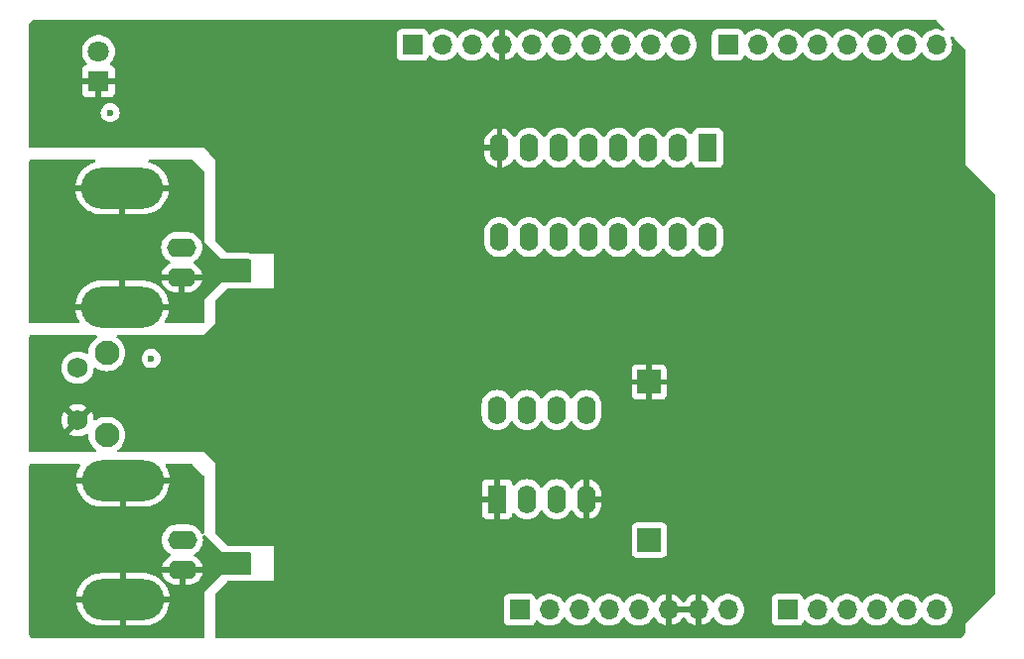
<source format=gbr>
%TF.GenerationSoftware,KiCad,Pcbnew,7.0.2*%
%TF.CreationDate,2023-08-08T17:25:24+02:00*%
%TF.ProjectId,pulse_generator,70756c73-655f-4676-956e-657261746f72,rev?*%
%TF.SameCoordinates,Original*%
%TF.FileFunction,Copper,L2,Inr*%
%TF.FilePolarity,Positive*%
%FSLAX46Y46*%
G04 Gerber Fmt 4.6, Leading zero omitted, Abs format (unit mm)*
G04 Created by KiCad (PCBNEW 7.0.2) date 2023-08-08 17:25:24*
%MOMM*%
%LPD*%
G01*
G04 APERTURE LIST*
%TA.AperFunction,ComponentPad*%
%ADD10R,1.700000X1.700000*%
%TD*%
%TA.AperFunction,ComponentPad*%
%ADD11O,1.700000X1.700000*%
%TD*%
%TA.AperFunction,ComponentPad*%
%ADD12R,2.000000X2.000000*%
%TD*%
%TA.AperFunction,ComponentPad*%
%ADD13C,2.100000*%
%TD*%
%TA.AperFunction,ComponentPad*%
%ADD14C,1.750000*%
%TD*%
%TA.AperFunction,ComponentPad*%
%ADD15R,1.800000X1.800000*%
%TD*%
%TA.AperFunction,ComponentPad*%
%ADD16C,1.800000*%
%TD*%
%TA.AperFunction,ComponentPad*%
%ADD17O,2.500000X1.600000*%
%TD*%
%TA.AperFunction,ComponentPad*%
%ADD18O,7.000000X3.500000*%
%TD*%
%TA.AperFunction,ComponentPad*%
%ADD19R,1.600000X2.400000*%
%TD*%
%TA.AperFunction,ComponentPad*%
%ADD20O,1.600000X2.400000*%
%TD*%
%TA.AperFunction,ViaPad*%
%ADD21C,0.600000*%
%TD*%
%TA.AperFunction,ViaPad*%
%ADD22C,0.800000*%
%TD*%
G04 APERTURE END LIST*
D10*
%TO.N,unconnected-(J1-Pin_1-Pad1)*%
%TO.C,J1*%
X127940000Y-97460000D03*
D11*
%TO.N,/IOREF*%
X130480000Y-97460000D03*
%TO.N,/~{RESET}*%
X133020000Y-97460000D03*
%TO.N,+3V3*%
X135560000Y-97460000D03*
%TO.N,+5V*%
X138100000Y-97460000D03*
%TO.N,GND*%
X140640000Y-97460000D03*
X143180000Y-97460000D03*
%TO.N,VCC*%
X145720000Y-97460000D03*
%TD*%
D10*
%TO.N,/A0*%
%TO.C,J3*%
X150800000Y-97460000D03*
D11*
%TO.N,/A1*%
X153340000Y-97460000D03*
%TO.N,/A2*%
X155880000Y-97460000D03*
%TO.N,/A3*%
X158420000Y-97460000D03*
%TO.N,unconnected-(J3-Pin_5-Pad5)*%
X160960000Y-97460000D03*
%TO.N,unconnected-(J3-Pin_6-Pad6)*%
X163500000Y-97460000D03*
%TD*%
D10*
%TO.N,unconnected-(J2-Pin_1-Pad1)*%
%TO.C,J2*%
X118800000Y-49200000D03*
D11*
%TO.N,unconnected-(J2-Pin_2-Pad2)*%
X121340000Y-49200000D03*
%TO.N,/AREF*%
X123880000Y-49200000D03*
%TO.N,GND*%
X126420000Y-49200000D03*
%TO.N,/13*%
X128960000Y-49200000D03*
%TO.N,/12*%
X131500000Y-49200000D03*
%TO.N,/\u002A11*%
X134040000Y-49200000D03*
%TO.N,/\u002A10*%
X136580000Y-49200000D03*
%TO.N,/\u002A9*%
X139120000Y-49200000D03*
%TO.N,/8*%
X141660000Y-49200000D03*
%TD*%
D10*
%TO.N,/7*%
%TO.C,J4*%
X145700000Y-49200000D03*
D11*
%TO.N,/\u002A6*%
X148240000Y-49200000D03*
%TO.N,/\u002A5*%
X150780000Y-49200000D03*
%TO.N,/4*%
X153320000Y-49200000D03*
%TO.N,/\u002A3*%
X155860000Y-49200000D03*
%TO.N,/2*%
X158400000Y-49200000D03*
%TO.N,/TX{slash}1*%
X160940000Y-49200000D03*
%TO.N,/RX{slash}0*%
X163480000Y-49200000D03*
%TD*%
D12*
%TO.N,/A0*%
%TO.C,TP2*%
X139000000Y-91500000D03*
%TD*%
D13*
%TO.N,*%
%TO.C,SW1*%
X92702500Y-82525000D03*
X92702500Y-75515000D03*
D14*
%TO.N,GND*%
X90212500Y-81275000D03*
%TO.N,/~{RESET}*%
X90212500Y-76775000D03*
%TD*%
D15*
%TO.N,GND*%
%TO.C,D3*%
X92000000Y-52300000D03*
D16*
%TO.N,Net-(D3-A)*%
X92000000Y-49760000D03*
%TD*%
D17*
%TO.N,Net-(J5-In)*%
%TO.C,J5*%
X99150000Y-91500000D03*
D18*
%TO.N,Net-(J5-Ext)*%
X94070000Y-96580000D03*
D17*
X99150000Y-94040000D03*
D18*
X94070000Y-86420000D03*
%TD*%
D19*
%TO.N,N/C*%
%TO.C,U2*%
X144000000Y-58000000D03*
D20*
X141460000Y-58000000D03*
X138920000Y-58000000D03*
X136380000Y-58000000D03*
X133840000Y-58000000D03*
X131300000Y-58000000D03*
X128760000Y-58000000D03*
%TO.N,GND*%
X126220000Y-58000000D03*
%TO.N,N/C*%
X126220000Y-65620000D03*
X128760000Y-65620000D03*
X131300000Y-65620000D03*
X133840000Y-65620000D03*
%TO.N,Net-(J6-In)*%
X136380000Y-65620000D03*
%TO.N,/4*%
X138920000Y-65620000D03*
%TO.N,/2*%
X141460000Y-65620000D03*
%TO.N,+5V*%
X144000000Y-65620000D03*
%TD*%
D19*
%TO.N,GND*%
%TO.C,U1*%
X126000000Y-88000000D03*
D20*
%TO.N,/A0*%
X128540000Y-88000000D03*
%TO.N,Net-(J5-In)*%
X131080000Y-88000000D03*
%TO.N,GND*%
X133620000Y-88000000D03*
%TO.N,unconnected-(U1-BAL-Pad5)*%
X133620000Y-80380000D03*
%TO.N,unconnected-(U1-STRB-Pad6)*%
X131080000Y-80380000D03*
%TO.N,/2*%
X128540000Y-80380000D03*
%TO.N,+5V*%
X126000000Y-80380000D03*
%TD*%
D12*
%TO.N,GND*%
%TO.C,TP1*%
X139000000Y-78000000D03*
%TD*%
D17*
%TO.N,Net-(J6-In)*%
%TO.C,J6*%
X99100000Y-66500000D03*
D18*
%TO.N,Net-(J6-Ext)*%
X94020000Y-71580000D03*
D17*
X99100000Y-69040000D03*
D18*
X94020000Y-61420000D03*
%TD*%
D21*
%TO.N,GND*%
X124000000Y-72000000D03*
X107000000Y-58500000D03*
D22*
X108500000Y-93500000D03*
X119715000Y-80000000D03*
X155500000Y-79500000D03*
X145500000Y-86500000D03*
D21*
X107000000Y-77500000D03*
D22*
X108500000Y-68500000D03*
X147500000Y-69000000D03*
D21*
%TO.N,+5V*%
X96500000Y-76000000D03*
X93000000Y-55000000D03*
D22*
%TO.N,Net-(J5-Ext)*%
X103500000Y-93500000D03*
%TO.N,Net-(J6-Ext)*%
X103500000Y-68500000D03*
%TD*%
%TA.AperFunction,Conductor*%
%TO.N,Net-(J5-Ext)*%
G36*
X90397881Y-85019685D02*
G01*
X90443636Y-85072489D01*
X90453580Y-85141647D01*
X90435361Y-85190722D01*
X90344672Y-85332783D01*
X90340703Y-85340026D01*
X90217389Y-85605761D01*
X90214416Y-85613480D01*
X90127621Y-85893281D01*
X90125705Y-85901320D01*
X90080384Y-86169999D01*
X90080385Y-86170000D01*
X93096589Y-86170000D01*
X93071466Y-86267030D01*
X93061114Y-86471165D01*
X93091574Y-86670000D01*
X90083793Y-86670000D01*
X90095960Y-86790951D01*
X90097337Y-86799112D01*
X90165248Y-87084080D01*
X90167699Y-87091981D01*
X90272987Y-87365354D01*
X90276467Y-87372855D01*
X90417254Y-87629758D01*
X90421707Y-87636733D01*
X90595476Y-87872574D01*
X90600821Y-87878896D01*
X90804474Y-88089472D01*
X90810609Y-88095020D01*
X91040518Y-88276578D01*
X91047328Y-88281253D01*
X91299393Y-88430551D01*
X91306769Y-88434278D01*
X91576482Y-88548647D01*
X91584286Y-88551357D01*
X91866820Y-88628751D01*
X91874942Y-88630402D01*
X92165278Y-88669448D01*
X92173521Y-88670000D01*
X93820000Y-88670000D01*
X93820000Y-87394625D01*
X93967801Y-87425000D01*
X94120967Y-87425000D01*
X94273348Y-87409504D01*
X94320000Y-87394867D01*
X94320000Y-88670000D01*
X95893146Y-88670000D01*
X95897306Y-88669860D01*
X96116434Y-88655191D01*
X96124627Y-88654089D01*
X96411701Y-88595739D01*
X96419690Y-88593551D01*
X96696429Y-88497457D01*
X96704041Y-88494229D01*
X96965501Y-88362107D01*
X96972618Y-88357893D01*
X97214144Y-88192094D01*
X97220632Y-88186970D01*
X97437898Y-87990464D01*
X97443648Y-87984519D01*
X97632786Y-87760806D01*
X97637692Y-87754148D01*
X97795327Y-87507216D01*
X97799296Y-87499973D01*
X97922610Y-87234238D01*
X97925583Y-87226519D01*
X98012378Y-86946718D01*
X98014294Y-86938679D01*
X98059615Y-86670000D01*
X95043411Y-86670000D01*
X95068534Y-86572970D01*
X95078886Y-86368835D01*
X95048426Y-86170000D01*
X98056207Y-86170000D01*
X98056207Y-86169999D01*
X98044039Y-86049048D01*
X98042662Y-86040887D01*
X97974751Y-85755919D01*
X97972300Y-85748018D01*
X97867012Y-85474645D01*
X97863532Y-85467144D01*
X97722745Y-85210241D01*
X97718295Y-85203271D01*
X97714084Y-85197556D01*
X97690164Y-85131908D01*
X97705534Y-85063750D01*
X97755312Y-85014720D01*
X97813912Y-85000000D01*
X99948638Y-85000000D01*
X100015677Y-85019685D01*
X100036319Y-85036319D01*
X100963681Y-85963681D01*
X100997166Y-86025004D01*
X101000000Y-86051362D01*
X101000000Y-90846807D01*
X100980315Y-90913846D01*
X100927511Y-90959601D01*
X100858353Y-90969545D01*
X100794797Y-90940520D01*
X100763618Y-90899212D01*
X100760449Y-90892416D01*
X100737523Y-90843251D01*
X100606198Y-90655700D01*
X100444300Y-90493802D01*
X100256749Y-90362477D01*
X100256746Y-90362476D01*
X100256744Y-90362474D01*
X100049246Y-90265717D01*
X100049243Y-90265716D01*
X99938665Y-90236086D01*
X99828084Y-90206456D01*
X99659827Y-90191736D01*
X99659822Y-90191735D01*
X99657127Y-90191500D01*
X98642873Y-90191500D01*
X98640178Y-90191735D01*
X98640172Y-90191736D01*
X98471915Y-90206456D01*
X98250753Y-90265717D01*
X98043255Y-90362474D01*
X97855696Y-90493805D01*
X97693805Y-90655696D01*
X97562474Y-90843255D01*
X97465717Y-91050753D01*
X97406456Y-91271915D01*
X97386501Y-91499999D01*
X97406456Y-91728084D01*
X97465717Y-91949246D01*
X97562474Y-92156744D01*
X97562476Y-92156746D01*
X97562477Y-92156749D01*
X97693802Y-92344300D01*
X97855700Y-92506198D01*
X98043251Y-92637523D01*
X98096401Y-92662307D01*
X98148839Y-92708477D01*
X98167992Y-92775670D01*
X98147777Y-92842552D01*
X98096403Y-92887069D01*
X98047520Y-92909864D01*
X97861180Y-93040341D01*
X97700341Y-93201180D01*
X97569865Y-93387519D01*
X97473733Y-93593673D01*
X97421128Y-93789999D01*
X97421128Y-93790000D01*
X98780497Y-93790000D01*
X98731083Y-93875587D01*
X98701232Y-94006370D01*
X98711257Y-94140140D01*
X98760266Y-94265013D01*
X98780193Y-94290000D01*
X97421128Y-94290000D01*
X97473733Y-94486326D01*
X97569865Y-94692480D01*
X97700341Y-94878819D01*
X97861180Y-95039658D01*
X98047519Y-95170134D01*
X98253673Y-95266266D01*
X98473397Y-95325141D01*
X98640535Y-95339763D01*
X98645946Y-95340000D01*
X98900000Y-95340000D01*
X98900000Y-94408137D01*
X98954741Y-94445459D01*
X99082927Y-94485000D01*
X99183346Y-94485000D01*
X99282647Y-94470033D01*
X99400000Y-94413518D01*
X99400000Y-95340000D01*
X99654054Y-95340000D01*
X99659464Y-95339763D01*
X99826602Y-95325141D01*
X100046326Y-95266266D01*
X100252480Y-95170134D01*
X100438819Y-95039658D01*
X100599658Y-94878819D01*
X100730134Y-94692480D01*
X100826266Y-94486326D01*
X100878872Y-94290000D01*
X99519503Y-94290000D01*
X99568917Y-94204413D01*
X99598768Y-94073630D01*
X99588743Y-93939860D01*
X99539734Y-93814987D01*
X99519807Y-93790000D01*
X100878872Y-93790000D01*
X100878871Y-93789999D01*
X100826266Y-93593673D01*
X100730134Y-93387519D01*
X100599658Y-93201180D01*
X100438819Y-93040341D01*
X100252482Y-92909866D01*
X100203597Y-92887070D01*
X100151158Y-92840897D01*
X100132007Y-92773703D01*
X100152223Y-92706822D01*
X100203595Y-92662308D01*
X100256749Y-92637523D01*
X100444300Y-92506198D01*
X100606198Y-92344300D01*
X100737523Y-92156749D01*
X100834284Y-91949243D01*
X100893543Y-91728087D01*
X100913498Y-91500000D01*
X100893543Y-91271913D01*
X100874824Y-91202053D01*
X100876487Y-91132206D01*
X100915649Y-91074343D01*
X100979877Y-91046838D01*
X101048779Y-91058424D01*
X101082280Y-91082280D01*
X102500000Y-92500000D01*
X104876000Y-92500000D01*
X104943039Y-92519685D01*
X104988794Y-92572489D01*
X105000000Y-92624000D01*
X105000000Y-94376000D01*
X104980315Y-94443039D01*
X104927511Y-94488794D01*
X104876000Y-94500000D01*
X102499999Y-94500000D01*
X101000000Y-95999999D01*
X101000000Y-99800500D01*
X100980315Y-99867539D01*
X100927511Y-99913294D01*
X100876000Y-99924500D01*
X86508126Y-99924500D01*
X86491941Y-99923439D01*
X86483318Y-99922303D01*
X86406316Y-99912166D01*
X86375050Y-99903788D01*
X86302832Y-99873875D01*
X86274800Y-99857691D01*
X86212782Y-99810103D01*
X86189896Y-99787217D01*
X86142307Y-99725197D01*
X86126124Y-99697167D01*
X86096211Y-99624949D01*
X86087833Y-99593682D01*
X86076561Y-99508059D01*
X86075500Y-99491874D01*
X86075500Y-96329999D01*
X90080384Y-96329999D01*
X90080385Y-96330000D01*
X93096589Y-96330000D01*
X93071466Y-96427030D01*
X93061114Y-96631165D01*
X93091574Y-96830000D01*
X90083793Y-96830000D01*
X90095960Y-96950951D01*
X90097337Y-96959112D01*
X90165248Y-97244080D01*
X90167699Y-97251981D01*
X90272987Y-97525354D01*
X90276467Y-97532855D01*
X90417254Y-97789758D01*
X90421707Y-97796733D01*
X90595476Y-98032574D01*
X90600821Y-98038896D01*
X90804474Y-98249472D01*
X90810609Y-98255020D01*
X91040518Y-98436578D01*
X91047328Y-98441253D01*
X91299393Y-98590551D01*
X91306769Y-98594278D01*
X91576482Y-98708647D01*
X91584286Y-98711357D01*
X91866820Y-98788751D01*
X91874942Y-98790402D01*
X92165278Y-98829448D01*
X92173521Y-98830000D01*
X93820000Y-98830000D01*
X93820000Y-97554625D01*
X93967801Y-97585000D01*
X94120967Y-97585000D01*
X94273348Y-97569504D01*
X94320000Y-97554867D01*
X94320000Y-98830000D01*
X95893146Y-98830000D01*
X95897306Y-98829860D01*
X96116434Y-98815191D01*
X96124627Y-98814089D01*
X96411701Y-98755739D01*
X96419690Y-98753551D01*
X96696429Y-98657457D01*
X96704041Y-98654229D01*
X96965501Y-98522107D01*
X96972618Y-98517893D01*
X97214144Y-98352094D01*
X97220632Y-98346970D01*
X97437898Y-98150464D01*
X97443648Y-98144519D01*
X97632786Y-97920806D01*
X97637692Y-97914148D01*
X97795327Y-97667216D01*
X97799296Y-97659973D01*
X97922610Y-97394238D01*
X97925583Y-97386519D01*
X98012378Y-97106718D01*
X98014294Y-97098679D01*
X98059615Y-96830000D01*
X95043411Y-96830000D01*
X95068534Y-96732970D01*
X95078886Y-96528835D01*
X95048426Y-96330000D01*
X98056207Y-96330000D01*
X98056207Y-96329999D01*
X98044039Y-96209048D01*
X98042662Y-96200887D01*
X97974751Y-95915919D01*
X97972300Y-95908018D01*
X97867012Y-95634645D01*
X97863532Y-95627144D01*
X97722745Y-95370241D01*
X97718292Y-95363266D01*
X97544523Y-95127425D01*
X97539178Y-95121103D01*
X97335525Y-94910527D01*
X97329390Y-94904979D01*
X97099481Y-94723421D01*
X97092671Y-94718746D01*
X96840606Y-94569448D01*
X96833230Y-94565721D01*
X96563517Y-94451352D01*
X96555713Y-94448642D01*
X96273179Y-94371248D01*
X96265057Y-94369597D01*
X95974721Y-94330551D01*
X95966479Y-94330000D01*
X94320000Y-94330000D01*
X94320000Y-95605374D01*
X94172199Y-95575000D01*
X94019033Y-95575000D01*
X93866652Y-95590496D01*
X93820000Y-95605132D01*
X93820000Y-94330000D01*
X92246854Y-94330000D01*
X92242693Y-94330139D01*
X92023565Y-94344808D01*
X92015372Y-94345910D01*
X91728298Y-94404260D01*
X91720309Y-94406448D01*
X91443570Y-94502542D01*
X91435958Y-94505770D01*
X91174498Y-94637892D01*
X91167381Y-94642106D01*
X90925855Y-94807905D01*
X90919367Y-94813029D01*
X90702101Y-95009535D01*
X90696351Y-95015480D01*
X90507213Y-95239193D01*
X90502307Y-95245851D01*
X90344672Y-95492783D01*
X90340703Y-95500026D01*
X90217389Y-95765761D01*
X90214416Y-95773480D01*
X90127621Y-96053281D01*
X90125705Y-96061320D01*
X90080384Y-96329999D01*
X86075500Y-96329999D01*
X86075500Y-85124000D01*
X86095185Y-85056961D01*
X86147989Y-85011206D01*
X86199500Y-85000000D01*
X90330842Y-85000000D01*
X90397881Y-85019685D01*
G37*
%TD.AperFunction*%
%TD*%
%TA.AperFunction,Conductor*%
%TO.N,Net-(J6-Ext)*%
G36*
X91715007Y-59019685D02*
G01*
X91760762Y-59072489D01*
X91770706Y-59141647D01*
X91741681Y-59205203D01*
X91682903Y-59242977D01*
X91680727Y-59243594D01*
X91670320Y-59246444D01*
X91393570Y-59342542D01*
X91385958Y-59345770D01*
X91124498Y-59477892D01*
X91117381Y-59482106D01*
X90875855Y-59647905D01*
X90869367Y-59653029D01*
X90652101Y-59849535D01*
X90646351Y-59855480D01*
X90457213Y-60079193D01*
X90452307Y-60085851D01*
X90294672Y-60332783D01*
X90290703Y-60340026D01*
X90167389Y-60605761D01*
X90164416Y-60613480D01*
X90077621Y-60893281D01*
X90075705Y-60901320D01*
X90030384Y-61169999D01*
X90030385Y-61170000D01*
X93046589Y-61170000D01*
X93021466Y-61267030D01*
X93011114Y-61471165D01*
X93041574Y-61670000D01*
X90033793Y-61670000D01*
X90045960Y-61790951D01*
X90047337Y-61799112D01*
X90115248Y-62084080D01*
X90117699Y-62091981D01*
X90222987Y-62365354D01*
X90226467Y-62372855D01*
X90367254Y-62629758D01*
X90371707Y-62636733D01*
X90545476Y-62872574D01*
X90550821Y-62878896D01*
X90754474Y-63089472D01*
X90760609Y-63095020D01*
X90990518Y-63276578D01*
X90997328Y-63281253D01*
X91249393Y-63430551D01*
X91256769Y-63434278D01*
X91526482Y-63548647D01*
X91534286Y-63551357D01*
X91816820Y-63628751D01*
X91824942Y-63630402D01*
X92115278Y-63669448D01*
X92123521Y-63670000D01*
X93770000Y-63670000D01*
X93770000Y-62394625D01*
X93917801Y-62425000D01*
X94070967Y-62425000D01*
X94223348Y-62409504D01*
X94270000Y-62394867D01*
X94270000Y-63670000D01*
X95843146Y-63670000D01*
X95847306Y-63669860D01*
X96066434Y-63655191D01*
X96074627Y-63654089D01*
X96361701Y-63595739D01*
X96369690Y-63593551D01*
X96646429Y-63497457D01*
X96654041Y-63494229D01*
X96915501Y-63362107D01*
X96922618Y-63357893D01*
X97164144Y-63192094D01*
X97170632Y-63186970D01*
X97387898Y-62990464D01*
X97393648Y-62984519D01*
X97582786Y-62760806D01*
X97587692Y-62754148D01*
X97745327Y-62507216D01*
X97749296Y-62499973D01*
X97872610Y-62234238D01*
X97875583Y-62226519D01*
X97962378Y-61946718D01*
X97964294Y-61938679D01*
X98009615Y-61670000D01*
X94993411Y-61670000D01*
X95018534Y-61572970D01*
X95028886Y-61368835D01*
X94998426Y-61170000D01*
X98006207Y-61170000D01*
X98006207Y-61169999D01*
X97994039Y-61049048D01*
X97992662Y-61040887D01*
X97924751Y-60755919D01*
X97922300Y-60748018D01*
X97817012Y-60474645D01*
X97813532Y-60467144D01*
X97672745Y-60210241D01*
X97668292Y-60203266D01*
X97494523Y-59967425D01*
X97489178Y-59961103D01*
X97285525Y-59750527D01*
X97279390Y-59744979D01*
X97049481Y-59563421D01*
X97042671Y-59558746D01*
X96790606Y-59409448D01*
X96783230Y-59405721D01*
X96513517Y-59291352D01*
X96505713Y-59288642D01*
X96341259Y-59243594D01*
X96281802Y-59206897D01*
X96251623Y-59143881D01*
X96260304Y-59074553D01*
X96305089Y-59020924D01*
X96371759Y-59000021D01*
X96374019Y-59000000D01*
X99948638Y-59000000D01*
X100015677Y-59019685D01*
X100036319Y-59036319D01*
X100963680Y-59963680D01*
X100997165Y-60025003D01*
X100999999Y-60051361D01*
X101000000Y-65954033D01*
X100987859Y-65995378D01*
X101013978Y-66013977D01*
X102500000Y-67500000D01*
X104876000Y-67500000D01*
X104943039Y-67519685D01*
X104988794Y-67572489D01*
X105000000Y-67624000D01*
X105000000Y-69376000D01*
X104980315Y-69443039D01*
X104927511Y-69488794D01*
X104876000Y-69500000D01*
X102499999Y-69500000D01*
X101000000Y-70999999D01*
X101000000Y-72876000D01*
X100980315Y-72943039D01*
X100927511Y-72988794D01*
X100876000Y-73000000D01*
X97759158Y-73000000D01*
X97692119Y-72980315D01*
X97646364Y-72927511D01*
X97636420Y-72858353D01*
X97654639Y-72809278D01*
X97745327Y-72667216D01*
X97749296Y-72659973D01*
X97872610Y-72394238D01*
X97875583Y-72386519D01*
X97962378Y-72106718D01*
X97964294Y-72098679D01*
X98009615Y-71830000D01*
X94993411Y-71830000D01*
X95018534Y-71732970D01*
X95028886Y-71528835D01*
X94998426Y-71330000D01*
X98006207Y-71330000D01*
X98006207Y-71329999D01*
X97994039Y-71209048D01*
X97992662Y-71200887D01*
X97924751Y-70915919D01*
X97922300Y-70908018D01*
X97817012Y-70634645D01*
X97813532Y-70627144D01*
X97672745Y-70370241D01*
X97668292Y-70363266D01*
X97494523Y-70127425D01*
X97489178Y-70121103D01*
X97285525Y-69910527D01*
X97279390Y-69904979D01*
X97049481Y-69723421D01*
X97042671Y-69718746D01*
X96790606Y-69569448D01*
X96783230Y-69565721D01*
X96513517Y-69451352D01*
X96505713Y-69448642D01*
X96223179Y-69371248D01*
X96215057Y-69369597D01*
X95924721Y-69330551D01*
X95916479Y-69330000D01*
X94270000Y-69330000D01*
X94270000Y-70605374D01*
X94122199Y-70575000D01*
X93969033Y-70575000D01*
X93816652Y-70590496D01*
X93770000Y-70605132D01*
X93770000Y-69330000D01*
X92196854Y-69330000D01*
X92192693Y-69330139D01*
X91973565Y-69344808D01*
X91965372Y-69345910D01*
X91678298Y-69404260D01*
X91670309Y-69406448D01*
X91393570Y-69502542D01*
X91385958Y-69505770D01*
X91124498Y-69637892D01*
X91117381Y-69642106D01*
X90875855Y-69807905D01*
X90869367Y-69813029D01*
X90652101Y-70009535D01*
X90646351Y-70015480D01*
X90457213Y-70239193D01*
X90452307Y-70245851D01*
X90294672Y-70492783D01*
X90290703Y-70500026D01*
X90167389Y-70765761D01*
X90164416Y-70773480D01*
X90077621Y-71053281D01*
X90075705Y-71061320D01*
X90030384Y-71329999D01*
X90030385Y-71330000D01*
X93046589Y-71330000D01*
X93021466Y-71427030D01*
X93011114Y-71631165D01*
X93041574Y-71830000D01*
X90033793Y-71830000D01*
X90045960Y-71950951D01*
X90047337Y-71959112D01*
X90115248Y-72244080D01*
X90117699Y-72251981D01*
X90222987Y-72525354D01*
X90226467Y-72532855D01*
X90367254Y-72789758D01*
X90371704Y-72796728D01*
X90375916Y-72802444D01*
X90399836Y-72868092D01*
X90384466Y-72936250D01*
X90334688Y-72985280D01*
X90276088Y-73000000D01*
X86199500Y-73000000D01*
X86132461Y-72980315D01*
X86086706Y-72927511D01*
X86075500Y-72876000D01*
X86075500Y-66499999D01*
X97336501Y-66499999D01*
X97356456Y-66728084D01*
X97415717Y-66949246D01*
X97512474Y-67156744D01*
X97512476Y-67156746D01*
X97512477Y-67156749D01*
X97643802Y-67344300D01*
X97805700Y-67506198D01*
X97993251Y-67637523D01*
X98046401Y-67662307D01*
X98098839Y-67708477D01*
X98117992Y-67775670D01*
X98097777Y-67842552D01*
X98046403Y-67887069D01*
X97997520Y-67909864D01*
X97811180Y-68040341D01*
X97650341Y-68201180D01*
X97519865Y-68387519D01*
X97423733Y-68593673D01*
X97371128Y-68789999D01*
X97371128Y-68790000D01*
X98730497Y-68790000D01*
X98681083Y-68875587D01*
X98651232Y-69006370D01*
X98661257Y-69140140D01*
X98710266Y-69265013D01*
X98730193Y-69290000D01*
X97371128Y-69290000D01*
X97423733Y-69486326D01*
X97519865Y-69692480D01*
X97650341Y-69878819D01*
X97811180Y-70039658D01*
X97997519Y-70170134D01*
X98203673Y-70266266D01*
X98423397Y-70325141D01*
X98590535Y-70339763D01*
X98595946Y-70340000D01*
X98850000Y-70340000D01*
X98849999Y-69408137D01*
X98904741Y-69445459D01*
X99032927Y-69485000D01*
X99133346Y-69485000D01*
X99232647Y-69470033D01*
X99350000Y-69413518D01*
X99350000Y-70340000D01*
X99604054Y-70340000D01*
X99609464Y-70339763D01*
X99776602Y-70325141D01*
X99996326Y-70266266D01*
X100202480Y-70170134D01*
X100388819Y-70039658D01*
X100549658Y-69878819D01*
X100680134Y-69692480D01*
X100776266Y-69486326D01*
X100828872Y-69290000D01*
X99469503Y-69290000D01*
X99518917Y-69204413D01*
X99548768Y-69073630D01*
X99538743Y-68939860D01*
X99489734Y-68814987D01*
X99469807Y-68790000D01*
X100828872Y-68790000D01*
X100828871Y-68789999D01*
X100776266Y-68593673D01*
X100680134Y-68387519D01*
X100549658Y-68201180D01*
X100388819Y-68040341D01*
X100202482Y-67909866D01*
X100153597Y-67887070D01*
X100101158Y-67840897D01*
X100082007Y-67773703D01*
X100102223Y-67706822D01*
X100153595Y-67662308D01*
X100206749Y-67637523D01*
X100394300Y-67506198D01*
X100556198Y-67344300D01*
X100687523Y-67156749D01*
X100784284Y-66949243D01*
X100843543Y-66728087D01*
X100863498Y-66500000D01*
X100843543Y-66271913D01*
X100806522Y-66133750D01*
X100808185Y-66063904D01*
X100813377Y-66056231D01*
X100794797Y-66047746D01*
X100763618Y-66006438D01*
X100739181Y-65954033D01*
X100687523Y-65843251D01*
X100556198Y-65655700D01*
X100394300Y-65493802D01*
X100206749Y-65362477D01*
X100206746Y-65362476D01*
X100206744Y-65362474D01*
X99999246Y-65265717D01*
X99999243Y-65265716D01*
X99888664Y-65236086D01*
X99778084Y-65206456D01*
X99609827Y-65191736D01*
X99609822Y-65191735D01*
X99607127Y-65191500D01*
X98592873Y-65191500D01*
X98590178Y-65191735D01*
X98590172Y-65191736D01*
X98421915Y-65206456D01*
X98200753Y-65265717D01*
X97993255Y-65362474D01*
X97805696Y-65493805D01*
X97643805Y-65655696D01*
X97512474Y-65843255D01*
X97415717Y-66050753D01*
X97356456Y-66271915D01*
X97336501Y-66499999D01*
X86075500Y-66499999D01*
X86075500Y-59124000D01*
X86095185Y-59056961D01*
X86147989Y-59011206D01*
X86199500Y-59000000D01*
X91647968Y-59000000D01*
X91715007Y-59019685D01*
G37*
%TD.AperFunction*%
%TD*%
%TA.AperFunction,Conductor*%
%TO.N,GND*%
G36*
X142720507Y-97250156D02*
G01*
X142680000Y-97388111D01*
X142680000Y-97531889D01*
X142720507Y-97669844D01*
X142746314Y-97710000D01*
X141073686Y-97710000D01*
X141099493Y-97669844D01*
X141140000Y-97531889D01*
X141140000Y-97388111D01*
X141099493Y-97250156D01*
X141073686Y-97210000D01*
X142746314Y-97210000D01*
X142720507Y-97250156D01*
G37*
%TD.AperFunction*%
%TA.AperFunction,Conductor*%
G36*
X163485329Y-47095185D02*
G01*
X163505273Y-47111126D01*
X164147891Y-47743624D01*
X164181861Y-47804679D01*
X164177430Y-47874408D01*
X164136004Y-47930672D01*
X164070735Y-47955608D01*
X164020645Y-47949279D01*
X163814636Y-47878556D01*
X163592569Y-47841500D01*
X163367431Y-47841500D01*
X163145363Y-47878556D01*
X162932427Y-47951657D01*
X162734424Y-48058811D01*
X162556760Y-48197094D01*
X162404279Y-48362730D01*
X162313809Y-48501205D01*
X162260662Y-48546561D01*
X162191431Y-48555985D01*
X162128095Y-48526483D01*
X162106191Y-48501205D01*
X162083002Y-48465712D01*
X162015722Y-48362732D01*
X161863240Y-48197094D01*
X161685576Y-48058811D01*
X161487574Y-47951658D01*
X161487573Y-47951657D01*
X161487572Y-47951657D01*
X161274636Y-47878556D01*
X161052569Y-47841500D01*
X160827431Y-47841500D01*
X160605363Y-47878556D01*
X160392427Y-47951657D01*
X160194424Y-48058811D01*
X160016760Y-48197094D01*
X159864279Y-48362730D01*
X159773809Y-48501205D01*
X159720662Y-48546561D01*
X159651431Y-48555985D01*
X159588095Y-48526483D01*
X159566191Y-48501205D01*
X159543002Y-48465712D01*
X159475722Y-48362732D01*
X159323240Y-48197094D01*
X159145576Y-48058811D01*
X158947574Y-47951658D01*
X158947573Y-47951657D01*
X158947572Y-47951657D01*
X158734636Y-47878556D01*
X158512569Y-47841500D01*
X158287431Y-47841500D01*
X158065363Y-47878556D01*
X157852427Y-47951657D01*
X157654424Y-48058811D01*
X157476760Y-48197094D01*
X157324279Y-48362730D01*
X157233809Y-48501205D01*
X157180662Y-48546561D01*
X157111431Y-48555985D01*
X157048095Y-48526483D01*
X157026191Y-48501205D01*
X157003002Y-48465712D01*
X156935722Y-48362732D01*
X156783240Y-48197094D01*
X156605576Y-48058811D01*
X156407574Y-47951658D01*
X156407573Y-47951657D01*
X156407572Y-47951657D01*
X156194636Y-47878556D01*
X155972569Y-47841500D01*
X155747431Y-47841500D01*
X155525363Y-47878556D01*
X155312427Y-47951657D01*
X155114424Y-48058811D01*
X154936760Y-48197094D01*
X154784279Y-48362730D01*
X154693809Y-48501205D01*
X154640662Y-48546561D01*
X154571431Y-48555985D01*
X154508095Y-48526483D01*
X154486191Y-48501205D01*
X154463002Y-48465712D01*
X154395722Y-48362732D01*
X154243240Y-48197094D01*
X154065576Y-48058811D01*
X153867574Y-47951658D01*
X153867573Y-47951657D01*
X153867572Y-47951657D01*
X153654636Y-47878556D01*
X153432569Y-47841500D01*
X153207431Y-47841500D01*
X152985363Y-47878556D01*
X152772427Y-47951657D01*
X152574424Y-48058811D01*
X152396760Y-48197094D01*
X152244279Y-48362730D01*
X152153809Y-48501205D01*
X152100662Y-48546561D01*
X152031431Y-48555985D01*
X151968095Y-48526483D01*
X151946191Y-48501205D01*
X151923002Y-48465712D01*
X151855722Y-48362732D01*
X151703240Y-48197094D01*
X151525576Y-48058811D01*
X151327574Y-47951658D01*
X151327573Y-47951657D01*
X151327572Y-47951657D01*
X151114636Y-47878556D01*
X150892569Y-47841500D01*
X150667431Y-47841500D01*
X150445363Y-47878556D01*
X150232427Y-47951657D01*
X150034424Y-48058811D01*
X149856760Y-48197094D01*
X149704279Y-48362730D01*
X149613809Y-48501205D01*
X149560662Y-48546561D01*
X149491431Y-48555985D01*
X149428095Y-48526483D01*
X149406191Y-48501205D01*
X149383002Y-48465712D01*
X149315722Y-48362732D01*
X149163240Y-48197094D01*
X148985576Y-48058811D01*
X148787574Y-47951658D01*
X148787573Y-47951657D01*
X148787572Y-47951657D01*
X148574636Y-47878556D01*
X148352569Y-47841500D01*
X148127431Y-47841500D01*
X147905363Y-47878556D01*
X147692427Y-47951657D01*
X147494424Y-48058811D01*
X147316759Y-48197094D01*
X147253548Y-48265759D01*
X147193660Y-48301749D01*
X147123822Y-48299648D01*
X147066207Y-48260123D01*
X147046138Y-48225110D01*
X147021427Y-48158861D01*
X147000889Y-48103796D01*
X146942951Y-48026400D01*
X146913261Y-47986738D01*
X146796203Y-47899110D01*
X146659205Y-47848011D01*
X146601924Y-47841853D01*
X146601918Y-47841852D01*
X146598638Y-47841500D01*
X144801362Y-47841500D01*
X144798082Y-47841852D01*
X144798075Y-47841853D01*
X144740794Y-47848011D01*
X144603796Y-47899110D01*
X144486738Y-47986738D01*
X144399110Y-48103796D01*
X144348011Y-48240794D01*
X144341853Y-48298075D01*
X144341500Y-48301362D01*
X144341500Y-50098638D01*
X144341852Y-50101918D01*
X144341853Y-50101924D01*
X144348011Y-50159205D01*
X144399110Y-50296203D01*
X144486738Y-50413261D01*
X144603796Y-50500889D01*
X144740794Y-50551988D01*
X144740797Y-50551988D01*
X144740799Y-50551989D01*
X144801362Y-50558500D01*
X144804672Y-50558500D01*
X146595328Y-50558500D01*
X146598638Y-50558500D01*
X146659201Y-50551989D01*
X146659203Y-50551988D01*
X146659205Y-50551988D01*
X146741097Y-50521443D01*
X146796204Y-50500889D01*
X146913261Y-50413261D01*
X147000889Y-50296204D01*
X147046137Y-50174889D01*
X147088009Y-50118956D01*
X147153474Y-50094540D01*
X147221747Y-50109392D01*
X147253548Y-50134241D01*
X147290969Y-50174890D01*
X147316760Y-50202906D01*
X147494424Y-50341189D01*
X147692426Y-50448342D01*
X147905365Y-50521444D01*
X148127431Y-50558500D01*
X148352569Y-50558500D01*
X148574635Y-50521444D01*
X148787574Y-50448342D01*
X148985576Y-50341189D01*
X149163240Y-50202906D01*
X149315722Y-50037268D01*
X149406190Y-49898795D01*
X149459337Y-49853438D01*
X149528569Y-49844014D01*
X149591905Y-49873516D01*
X149613809Y-49898795D01*
X149675108Y-49992621D01*
X149704278Y-50037268D01*
X149856760Y-50202906D01*
X150034424Y-50341189D01*
X150232426Y-50448342D01*
X150445365Y-50521444D01*
X150667431Y-50558500D01*
X150892569Y-50558500D01*
X151114635Y-50521444D01*
X151327574Y-50448342D01*
X151525576Y-50341189D01*
X151703240Y-50202906D01*
X151855722Y-50037268D01*
X151946190Y-49898795D01*
X151999337Y-49853438D01*
X152068569Y-49844014D01*
X152131905Y-49873516D01*
X152153809Y-49898795D01*
X152215108Y-49992621D01*
X152244278Y-50037268D01*
X152396760Y-50202906D01*
X152574424Y-50341189D01*
X152772426Y-50448342D01*
X152985365Y-50521444D01*
X153207431Y-50558500D01*
X153432569Y-50558500D01*
X153654635Y-50521444D01*
X153867574Y-50448342D01*
X154065576Y-50341189D01*
X154243240Y-50202906D01*
X154395722Y-50037268D01*
X154486191Y-49898793D01*
X154539336Y-49853438D01*
X154608567Y-49844014D01*
X154671903Y-49873515D01*
X154693807Y-49898794D01*
X154784275Y-50037265D01*
X154784277Y-50037267D01*
X154784278Y-50037268D01*
X154936760Y-50202906D01*
X155114424Y-50341189D01*
X155312426Y-50448342D01*
X155525365Y-50521444D01*
X155747431Y-50558500D01*
X155972569Y-50558500D01*
X156194635Y-50521444D01*
X156407574Y-50448342D01*
X156605576Y-50341189D01*
X156783240Y-50202906D01*
X156935722Y-50037268D01*
X157026190Y-49898795D01*
X157079337Y-49853438D01*
X157148569Y-49844014D01*
X157211905Y-49873516D01*
X157233809Y-49898795D01*
X157295108Y-49992621D01*
X157324278Y-50037268D01*
X157476760Y-50202906D01*
X157654424Y-50341189D01*
X157852426Y-50448342D01*
X158065365Y-50521444D01*
X158287431Y-50558500D01*
X158512569Y-50558500D01*
X158734635Y-50521444D01*
X158947574Y-50448342D01*
X159145576Y-50341189D01*
X159323240Y-50202906D01*
X159475722Y-50037268D01*
X159566190Y-49898795D01*
X159619337Y-49853438D01*
X159688569Y-49844014D01*
X159751905Y-49873516D01*
X159773809Y-49898795D01*
X159835108Y-49992621D01*
X159864278Y-50037268D01*
X160016760Y-50202906D01*
X160194424Y-50341189D01*
X160392426Y-50448342D01*
X160605365Y-50521444D01*
X160827431Y-50558500D01*
X161052569Y-50558500D01*
X161274635Y-50521444D01*
X161487574Y-50448342D01*
X161685576Y-50341189D01*
X161863240Y-50202906D01*
X162015722Y-50037268D01*
X162106190Y-49898795D01*
X162159337Y-49853438D01*
X162228569Y-49844014D01*
X162291905Y-49873516D01*
X162313809Y-49898795D01*
X162375108Y-49992621D01*
X162404278Y-50037268D01*
X162556760Y-50202906D01*
X162734424Y-50341189D01*
X162932426Y-50448342D01*
X163145365Y-50521444D01*
X163367431Y-50558500D01*
X163592569Y-50558500D01*
X163814635Y-50521444D01*
X164027574Y-50448342D01*
X164225576Y-50341189D01*
X164403240Y-50202906D01*
X164555722Y-50037268D01*
X164678860Y-49848791D01*
X164769296Y-49642616D01*
X164824564Y-49424368D01*
X164843156Y-49200000D01*
X164824564Y-48975632D01*
X164769296Y-48757384D01*
X164717906Y-48640227D01*
X164709004Y-48570928D01*
X164738982Y-48507816D01*
X164798321Y-48470929D01*
X164868183Y-48471980D01*
X164918446Y-48502044D01*
X165058841Y-48640228D01*
X165927484Y-49495191D01*
X165961453Y-49556244D01*
X165964500Y-49583563D01*
X165964500Y-59315019D01*
X165961963Y-59334292D01*
X165964028Y-59357896D01*
X165964500Y-59368702D01*
X165964500Y-59381116D01*
X165967075Y-59392733D01*
X165967182Y-59393956D01*
X165971651Y-59403541D01*
X165978451Y-59411644D01*
X165978452Y-59411645D01*
X165979500Y-59412250D01*
X166005185Y-59431958D01*
X168468182Y-61894955D01*
X168501666Y-61956276D01*
X168504500Y-61982634D01*
X168504500Y-96107363D01*
X168484815Y-96174402D01*
X168468181Y-96195044D01*
X166018418Y-98644806D01*
X166003001Y-98656636D01*
X165987760Y-98674799D01*
X165980463Y-98682762D01*
X165971683Y-98691542D01*
X165965290Y-98701577D01*
X165964501Y-98702516D01*
X165960881Y-98712463D01*
X165959960Y-98722998D01*
X165960274Y-98724169D01*
X165964500Y-98756265D01*
X165964500Y-99231907D01*
X165963903Y-99244062D01*
X165952505Y-99359778D01*
X165947763Y-99383618D01*
X165917832Y-99482290D01*
X165915789Y-99489024D01*
X165906486Y-99511482D01*
X165854561Y-99608627D01*
X165841056Y-99628839D01*
X165771176Y-99713988D01*
X165753988Y-99731176D01*
X165668839Y-99801056D01*
X165648627Y-99814561D01*
X165551482Y-99866486D01*
X165529028Y-99875787D01*
X165487028Y-99888528D01*
X165423618Y-99907763D01*
X165399778Y-99912505D01*
X165291162Y-99923203D01*
X165284060Y-99923903D01*
X165271907Y-99924500D01*
X102124000Y-99924500D01*
X102056961Y-99904815D01*
X102011206Y-99852011D01*
X102000000Y-99800500D01*
X102000000Y-98358638D01*
X126581500Y-98358638D01*
X126581852Y-98361918D01*
X126581853Y-98361924D01*
X126588011Y-98419205D01*
X126639110Y-98556203D01*
X126726738Y-98673261D01*
X126843796Y-98760889D01*
X126980794Y-98811988D01*
X126980797Y-98811988D01*
X126980799Y-98811989D01*
X127041362Y-98818500D01*
X127044672Y-98818500D01*
X128835328Y-98818500D01*
X128838638Y-98818500D01*
X128899201Y-98811989D01*
X128899203Y-98811988D01*
X128899205Y-98811988D01*
X128981097Y-98781443D01*
X129036204Y-98760889D01*
X129153261Y-98673261D01*
X129240889Y-98556204D01*
X129286137Y-98434889D01*
X129328009Y-98378956D01*
X129393474Y-98354540D01*
X129461747Y-98369392D01*
X129493548Y-98394241D01*
X129530969Y-98434890D01*
X129556760Y-98462906D01*
X129734424Y-98601189D01*
X129932426Y-98708342D01*
X130145365Y-98781444D01*
X130367431Y-98818500D01*
X130592569Y-98818500D01*
X130814635Y-98781444D01*
X131027574Y-98708342D01*
X131225576Y-98601189D01*
X131403240Y-98462906D01*
X131555722Y-98297268D01*
X131646190Y-98158795D01*
X131699337Y-98113438D01*
X131768569Y-98104014D01*
X131831905Y-98133516D01*
X131853809Y-98158795D01*
X131944278Y-98297268D01*
X132096760Y-98462906D01*
X132274424Y-98601189D01*
X132472426Y-98708342D01*
X132685365Y-98781444D01*
X132907431Y-98818500D01*
X133132569Y-98818500D01*
X133354635Y-98781444D01*
X133567574Y-98708342D01*
X133765576Y-98601189D01*
X133943240Y-98462906D01*
X134095722Y-98297268D01*
X134186190Y-98158795D01*
X134239337Y-98113438D01*
X134308569Y-98104014D01*
X134371905Y-98133516D01*
X134393809Y-98158795D01*
X134484278Y-98297268D01*
X134636760Y-98462906D01*
X134814424Y-98601189D01*
X135012426Y-98708342D01*
X135225365Y-98781444D01*
X135447431Y-98818500D01*
X135672569Y-98818500D01*
X135894635Y-98781444D01*
X136107574Y-98708342D01*
X136305576Y-98601189D01*
X136483240Y-98462906D01*
X136635722Y-98297268D01*
X136726190Y-98158795D01*
X136779337Y-98113438D01*
X136848569Y-98104014D01*
X136911905Y-98133516D01*
X136933809Y-98158795D01*
X137024278Y-98297268D01*
X137176760Y-98462906D01*
X137354424Y-98601189D01*
X137552426Y-98708342D01*
X137765365Y-98781444D01*
X137987431Y-98818500D01*
X138212569Y-98818500D01*
X138434635Y-98781444D01*
X138647574Y-98708342D01*
X138845576Y-98601189D01*
X139023240Y-98462906D01*
X139175722Y-98297268D01*
X139269748Y-98153349D01*
X139322893Y-98107994D01*
X139392124Y-98098570D01*
X139455460Y-98128072D01*
X139475131Y-98150048D01*
X139601892Y-98331080D01*
X139768918Y-98498106D01*
X139962423Y-98633600D01*
X140176509Y-98733430D01*
X140390000Y-98790634D01*
X140390000Y-97895501D01*
X140497685Y-97944680D01*
X140604237Y-97960000D01*
X140675763Y-97960000D01*
X140782315Y-97944680D01*
X140890000Y-97895501D01*
X140890000Y-98790633D01*
X141103490Y-98733430D01*
X141317576Y-98633600D01*
X141511081Y-98498106D01*
X141678106Y-98331081D01*
X141808425Y-98144968D01*
X141863002Y-98101344D01*
X141932501Y-98094151D01*
X141994855Y-98125673D01*
X142011575Y-98144968D01*
X142141893Y-98331081D01*
X142308918Y-98498106D01*
X142502423Y-98633600D01*
X142716509Y-98733430D01*
X142930000Y-98790634D01*
X142930000Y-97895501D01*
X143037685Y-97944680D01*
X143144237Y-97960000D01*
X143215763Y-97960000D01*
X143322315Y-97944680D01*
X143430000Y-97895501D01*
X143430000Y-98790633D01*
X143643490Y-98733430D01*
X143857576Y-98633600D01*
X144051081Y-98498106D01*
X144218106Y-98331081D01*
X144344868Y-98150048D01*
X144399445Y-98106424D01*
X144468944Y-98099231D01*
X144531298Y-98130753D01*
X144550252Y-98153351D01*
X144644276Y-98297267D01*
X144710673Y-98369392D01*
X144796760Y-98462906D01*
X144974424Y-98601189D01*
X145172426Y-98708342D01*
X145385365Y-98781444D01*
X145607431Y-98818500D01*
X145832569Y-98818500D01*
X146054635Y-98781444D01*
X146267574Y-98708342D01*
X146465576Y-98601189D01*
X146643240Y-98462906D01*
X146739226Y-98358638D01*
X149441500Y-98358638D01*
X149441852Y-98361918D01*
X149441853Y-98361924D01*
X149448011Y-98419205D01*
X149499110Y-98556203D01*
X149586738Y-98673261D01*
X149703796Y-98760889D01*
X149840794Y-98811988D01*
X149840797Y-98811988D01*
X149840799Y-98811989D01*
X149901362Y-98818500D01*
X149904672Y-98818500D01*
X151695328Y-98818500D01*
X151698638Y-98818500D01*
X151759201Y-98811989D01*
X151759203Y-98811988D01*
X151759205Y-98811988D01*
X151841097Y-98781443D01*
X151896204Y-98760889D01*
X152013261Y-98673261D01*
X152100889Y-98556204D01*
X152146137Y-98434889D01*
X152188009Y-98378956D01*
X152253474Y-98354540D01*
X152321747Y-98369392D01*
X152353548Y-98394241D01*
X152390969Y-98434890D01*
X152416760Y-98462906D01*
X152594424Y-98601189D01*
X152792426Y-98708342D01*
X153005365Y-98781444D01*
X153227431Y-98818500D01*
X153452569Y-98818500D01*
X153674635Y-98781444D01*
X153887574Y-98708342D01*
X154085576Y-98601189D01*
X154263240Y-98462906D01*
X154415722Y-98297268D01*
X154506190Y-98158795D01*
X154559337Y-98113438D01*
X154628569Y-98104014D01*
X154691905Y-98133516D01*
X154713809Y-98158795D01*
X154804278Y-98297268D01*
X154956760Y-98462906D01*
X155134424Y-98601189D01*
X155332426Y-98708342D01*
X155545365Y-98781444D01*
X155767431Y-98818500D01*
X155992569Y-98818500D01*
X156214635Y-98781444D01*
X156427574Y-98708342D01*
X156625576Y-98601189D01*
X156803240Y-98462906D01*
X156955722Y-98297268D01*
X157046190Y-98158795D01*
X157099337Y-98113438D01*
X157168569Y-98104014D01*
X157231905Y-98133516D01*
X157253809Y-98158795D01*
X157344278Y-98297268D01*
X157496760Y-98462906D01*
X157674424Y-98601189D01*
X157872426Y-98708342D01*
X158085365Y-98781444D01*
X158307431Y-98818500D01*
X158532569Y-98818500D01*
X158754635Y-98781444D01*
X158967574Y-98708342D01*
X159165576Y-98601189D01*
X159343240Y-98462906D01*
X159495722Y-98297268D01*
X159586190Y-98158795D01*
X159639337Y-98113438D01*
X159708569Y-98104014D01*
X159771905Y-98133516D01*
X159793809Y-98158795D01*
X159884278Y-98297268D01*
X160036760Y-98462906D01*
X160214424Y-98601189D01*
X160412426Y-98708342D01*
X160625365Y-98781444D01*
X160847431Y-98818500D01*
X161072569Y-98818500D01*
X161294635Y-98781444D01*
X161507574Y-98708342D01*
X161705576Y-98601189D01*
X161883240Y-98462906D01*
X162035722Y-98297268D01*
X162126190Y-98158795D01*
X162179337Y-98113438D01*
X162248569Y-98104014D01*
X162311905Y-98133516D01*
X162333809Y-98158795D01*
X162424278Y-98297268D01*
X162576760Y-98462906D01*
X162754424Y-98601189D01*
X162952426Y-98708342D01*
X163165365Y-98781444D01*
X163387431Y-98818500D01*
X163612569Y-98818500D01*
X163834635Y-98781444D01*
X164047574Y-98708342D01*
X164245576Y-98601189D01*
X164423240Y-98462906D01*
X164575722Y-98297268D01*
X164698860Y-98108791D01*
X164789296Y-97902616D01*
X164844564Y-97684368D01*
X164863156Y-97460000D01*
X164844564Y-97235632D01*
X164789296Y-97017384D01*
X164698860Y-96811209D01*
X164575722Y-96622732D01*
X164423240Y-96457094D01*
X164245576Y-96318811D01*
X164047574Y-96211658D01*
X164047573Y-96211657D01*
X164047572Y-96211657D01*
X163834636Y-96138556D01*
X163612569Y-96101500D01*
X163387431Y-96101500D01*
X163165363Y-96138556D01*
X162952427Y-96211657D01*
X162754424Y-96318811D01*
X162576760Y-96457094D01*
X162424279Y-96622730D01*
X162333809Y-96761205D01*
X162280662Y-96806561D01*
X162211431Y-96815985D01*
X162148095Y-96786483D01*
X162126191Y-96761205D01*
X162035723Y-96622734D01*
X162035722Y-96622732D01*
X161883240Y-96457094D01*
X161705576Y-96318811D01*
X161507574Y-96211658D01*
X161507573Y-96211657D01*
X161507572Y-96211657D01*
X161294636Y-96138556D01*
X161072569Y-96101500D01*
X160847431Y-96101500D01*
X160625363Y-96138556D01*
X160412427Y-96211657D01*
X160214424Y-96318811D01*
X160036760Y-96457094D01*
X159884279Y-96622730D01*
X159793809Y-96761205D01*
X159740662Y-96806561D01*
X159671431Y-96815985D01*
X159608095Y-96786483D01*
X159586191Y-96761205D01*
X159495723Y-96622734D01*
X159495722Y-96622732D01*
X159343240Y-96457094D01*
X159165576Y-96318811D01*
X158967574Y-96211658D01*
X158967573Y-96211657D01*
X158967572Y-96211657D01*
X158754636Y-96138556D01*
X158532569Y-96101500D01*
X158307431Y-96101500D01*
X158085363Y-96138556D01*
X157872427Y-96211657D01*
X157674424Y-96318811D01*
X157496760Y-96457094D01*
X157344279Y-96622730D01*
X157253809Y-96761205D01*
X157200662Y-96806561D01*
X157131431Y-96815985D01*
X157068095Y-96786483D01*
X157046191Y-96761205D01*
X156955723Y-96622734D01*
X156955722Y-96622732D01*
X156803240Y-96457094D01*
X156625576Y-96318811D01*
X156427574Y-96211658D01*
X156427573Y-96211657D01*
X156427572Y-96211657D01*
X156214636Y-96138556D01*
X155992569Y-96101500D01*
X155767431Y-96101500D01*
X155545363Y-96138556D01*
X155332427Y-96211657D01*
X155134424Y-96318811D01*
X154956760Y-96457094D01*
X154804279Y-96622730D01*
X154713809Y-96761205D01*
X154660662Y-96806561D01*
X154591431Y-96815985D01*
X154528095Y-96786483D01*
X154506191Y-96761205D01*
X154415723Y-96622734D01*
X154415722Y-96622732D01*
X154263240Y-96457094D01*
X154085576Y-96318811D01*
X153887574Y-96211658D01*
X153887573Y-96211657D01*
X153887572Y-96211657D01*
X153674636Y-96138556D01*
X153452569Y-96101500D01*
X153227431Y-96101500D01*
X153005363Y-96138556D01*
X152792427Y-96211657D01*
X152594424Y-96318811D01*
X152416759Y-96457094D01*
X152353548Y-96525759D01*
X152293660Y-96561749D01*
X152223822Y-96559648D01*
X152166207Y-96520123D01*
X152146138Y-96485110D01*
X152121427Y-96418861D01*
X152100889Y-96363796D01*
X152042951Y-96286400D01*
X152013261Y-96246738D01*
X151896203Y-96159110D01*
X151759205Y-96108011D01*
X151701924Y-96101853D01*
X151701918Y-96101852D01*
X151698638Y-96101500D01*
X149901362Y-96101500D01*
X149898082Y-96101852D01*
X149898075Y-96101853D01*
X149840794Y-96108011D01*
X149703796Y-96159110D01*
X149586738Y-96246738D01*
X149499110Y-96363796D01*
X149448011Y-96500794D01*
X149441853Y-96558075D01*
X149441500Y-96561362D01*
X149441500Y-98358638D01*
X146739226Y-98358638D01*
X146795722Y-98297268D01*
X146918860Y-98108791D01*
X147009296Y-97902616D01*
X147064564Y-97684368D01*
X147083156Y-97460000D01*
X147064564Y-97235632D01*
X147009296Y-97017384D01*
X146918860Y-96811209D01*
X146795722Y-96622732D01*
X146643240Y-96457094D01*
X146465576Y-96318811D01*
X146267574Y-96211658D01*
X146267573Y-96211657D01*
X146267572Y-96211657D01*
X146054636Y-96138556D01*
X145832569Y-96101500D01*
X145607431Y-96101500D01*
X145385363Y-96138556D01*
X145172427Y-96211657D01*
X144974424Y-96318811D01*
X144796760Y-96457094D01*
X144644275Y-96622734D01*
X144550250Y-96766650D01*
X144497104Y-96812006D01*
X144427873Y-96821430D01*
X144364537Y-96791928D01*
X144344867Y-96769951D01*
X144218109Y-96588921D01*
X144051081Y-96421893D01*
X143857576Y-96286399D01*
X143643492Y-96186569D01*
X143430000Y-96129364D01*
X143430000Y-97024498D01*
X143322315Y-96975320D01*
X143215763Y-96960000D01*
X143144237Y-96960000D01*
X143037685Y-96975320D01*
X142930000Y-97024498D01*
X142930000Y-96129364D01*
X142929999Y-96129364D01*
X142716507Y-96186569D01*
X142502421Y-96286400D01*
X142308921Y-96421890D01*
X142141893Y-96588918D01*
X142011575Y-96775032D01*
X141956998Y-96818656D01*
X141887499Y-96825849D01*
X141825145Y-96794327D01*
X141808425Y-96775032D01*
X141678106Y-96588918D01*
X141511081Y-96421893D01*
X141317576Y-96286399D01*
X141103492Y-96186569D01*
X140890000Y-96129364D01*
X140890000Y-97024498D01*
X140782315Y-96975320D01*
X140675763Y-96960000D01*
X140604237Y-96960000D01*
X140497685Y-96975320D01*
X140390000Y-97024498D01*
X140390000Y-96129364D01*
X140389999Y-96129364D01*
X140176507Y-96186569D01*
X139962421Y-96286400D01*
X139768921Y-96421890D01*
X139601893Y-96588918D01*
X139475132Y-96769952D01*
X139420555Y-96813576D01*
X139351056Y-96820769D01*
X139288702Y-96789247D01*
X139269748Y-96766649D01*
X139175723Y-96622732D01*
X139081263Y-96520123D01*
X139023240Y-96457094D01*
X138845576Y-96318811D01*
X138647574Y-96211658D01*
X138647573Y-96211657D01*
X138647572Y-96211657D01*
X138434636Y-96138556D01*
X138212569Y-96101500D01*
X137987431Y-96101500D01*
X137765363Y-96138556D01*
X137552427Y-96211657D01*
X137354424Y-96318811D01*
X137176760Y-96457094D01*
X137024279Y-96622730D01*
X136933809Y-96761205D01*
X136880662Y-96806561D01*
X136811431Y-96815985D01*
X136748095Y-96786483D01*
X136726191Y-96761205D01*
X136635723Y-96622734D01*
X136635722Y-96622732D01*
X136483240Y-96457094D01*
X136305576Y-96318811D01*
X136107574Y-96211658D01*
X136107573Y-96211657D01*
X136107572Y-96211657D01*
X135894636Y-96138556D01*
X135672569Y-96101500D01*
X135447431Y-96101500D01*
X135225363Y-96138556D01*
X135012427Y-96211657D01*
X134814424Y-96318811D01*
X134636760Y-96457094D01*
X134484279Y-96622730D01*
X134393809Y-96761205D01*
X134340662Y-96806561D01*
X134271431Y-96815985D01*
X134208095Y-96786483D01*
X134186191Y-96761205D01*
X134095723Y-96622734D01*
X134095722Y-96622732D01*
X133943240Y-96457094D01*
X133765576Y-96318811D01*
X133567574Y-96211658D01*
X133567573Y-96211657D01*
X133567572Y-96211657D01*
X133354636Y-96138556D01*
X133132569Y-96101500D01*
X132907431Y-96101500D01*
X132685363Y-96138556D01*
X132472427Y-96211657D01*
X132274424Y-96318811D01*
X132096760Y-96457094D01*
X131944279Y-96622730D01*
X131853809Y-96761205D01*
X131800662Y-96806561D01*
X131731431Y-96815985D01*
X131668095Y-96786483D01*
X131646191Y-96761205D01*
X131555723Y-96622734D01*
X131555722Y-96622732D01*
X131403240Y-96457094D01*
X131225576Y-96318811D01*
X131027574Y-96211658D01*
X131027573Y-96211657D01*
X131027572Y-96211657D01*
X130814636Y-96138556D01*
X130592569Y-96101500D01*
X130367431Y-96101500D01*
X130145363Y-96138556D01*
X129932427Y-96211657D01*
X129734424Y-96318811D01*
X129556759Y-96457094D01*
X129493548Y-96525759D01*
X129433660Y-96561749D01*
X129363822Y-96559648D01*
X129306207Y-96520123D01*
X129286138Y-96485110D01*
X129261427Y-96418861D01*
X129240889Y-96363796D01*
X129182951Y-96286400D01*
X129153261Y-96246738D01*
X129036203Y-96159110D01*
X128899205Y-96108011D01*
X128841924Y-96101853D01*
X128841918Y-96101852D01*
X128838638Y-96101500D01*
X127041362Y-96101500D01*
X127038082Y-96101852D01*
X127038075Y-96101853D01*
X126980794Y-96108011D01*
X126843796Y-96159110D01*
X126726738Y-96246738D01*
X126639110Y-96363796D01*
X126588011Y-96500794D01*
X126581853Y-96558075D01*
X126581500Y-96561362D01*
X126581500Y-98358638D01*
X102000000Y-98358638D01*
X102000000Y-96051362D01*
X102019685Y-95984323D01*
X102036319Y-95963681D01*
X102950181Y-95049819D01*
X103011504Y-95016334D01*
X103037862Y-95013500D01*
X104872676Y-95013500D01*
X104876000Y-95013500D01*
X104985157Y-95001764D01*
X104986428Y-95001487D01*
X105004911Y-95000000D01*
X107000000Y-95000000D01*
X107000000Y-92548638D01*
X137491500Y-92548638D01*
X137491852Y-92551918D01*
X137491853Y-92551924D01*
X137498011Y-92609205D01*
X137549110Y-92746203D01*
X137636738Y-92863261D01*
X137753796Y-92950889D01*
X137890794Y-93001988D01*
X137890797Y-93001988D01*
X137890799Y-93001989D01*
X137951362Y-93008500D01*
X137954672Y-93008500D01*
X140045328Y-93008500D01*
X140048638Y-93008500D01*
X140109201Y-93001989D01*
X140109203Y-93001988D01*
X140109205Y-93001988D01*
X140187124Y-92972924D01*
X140246204Y-92950889D01*
X140363261Y-92863261D01*
X140450889Y-92746204D01*
X140472924Y-92687124D01*
X140501988Y-92609205D01*
X140501988Y-92609203D01*
X140501989Y-92609201D01*
X140508500Y-92548638D01*
X140508500Y-90451362D01*
X140501989Y-90390799D01*
X140501988Y-90390797D01*
X140501988Y-90390794D01*
X140450889Y-90253796D01*
X140363261Y-90136738D01*
X140246203Y-90049110D01*
X140109205Y-89998011D01*
X140051924Y-89991853D01*
X140051918Y-89991852D01*
X140048638Y-89991500D01*
X137951362Y-89991500D01*
X137948082Y-89991852D01*
X137948075Y-89991853D01*
X137890794Y-89998011D01*
X137753796Y-90049110D01*
X137636738Y-90136738D01*
X137549110Y-90253796D01*
X137498011Y-90390794D01*
X137491853Y-90448075D01*
X137491500Y-90451362D01*
X137491500Y-92548638D01*
X107000000Y-92548638D01*
X107000000Y-92000000D01*
X104978765Y-92000000D01*
X104961119Y-91998738D01*
X104876000Y-91986500D01*
X103037862Y-91986500D01*
X102970823Y-91966815D01*
X102950181Y-91950181D01*
X102950180Y-91950180D01*
X102036316Y-91036316D01*
X102002833Y-90974996D01*
X102000000Y-90948647D01*
X102000000Y-89244518D01*
X124700000Y-89244518D01*
X124700354Y-89251132D01*
X124706400Y-89307371D01*
X124756647Y-89442089D01*
X124842811Y-89557188D01*
X124957910Y-89643352D01*
X125092628Y-89693599D01*
X125148867Y-89699645D01*
X125155482Y-89700000D01*
X125750000Y-89700000D01*
X125749999Y-88315685D01*
X125761955Y-88327641D01*
X125874852Y-88385165D01*
X125968519Y-88400000D01*
X126031481Y-88400000D01*
X126125148Y-88385165D01*
X126238045Y-88327641D01*
X126250000Y-88315686D01*
X126250000Y-89700000D01*
X126844518Y-89700000D01*
X126851132Y-89699645D01*
X126907371Y-89693599D01*
X127042089Y-89643352D01*
X127157188Y-89557188D01*
X127243352Y-89442089D01*
X127293597Y-89307375D01*
X127296124Y-89283873D01*
X127322861Y-89219321D01*
X127380252Y-89179472D01*
X127450077Y-89176976D01*
X127510167Y-89212627D01*
X127520987Y-89225999D01*
X127533802Y-89244300D01*
X127695700Y-89406198D01*
X127883251Y-89537523D01*
X128090757Y-89634284D01*
X128311913Y-89693543D01*
X128540000Y-89713498D01*
X128768087Y-89693543D01*
X128989243Y-89634284D01*
X129196749Y-89537523D01*
X129384300Y-89406198D01*
X129546198Y-89244300D01*
X129677523Y-89056749D01*
X129697617Y-89013655D01*
X129743790Y-88961215D01*
X129810983Y-88942063D01*
X129877864Y-88962278D01*
X129922382Y-89013655D01*
X129942477Y-89056749D01*
X130073802Y-89244300D01*
X130235700Y-89406198D01*
X130423251Y-89537523D01*
X130630757Y-89634284D01*
X130851913Y-89693543D01*
X131003970Y-89706846D01*
X131079999Y-89713498D01*
X131079999Y-89713497D01*
X131080000Y-89713498D01*
X131308087Y-89693543D01*
X131529243Y-89634284D01*
X131736749Y-89537523D01*
X131924300Y-89406198D01*
X132086198Y-89244300D01*
X132217523Y-89056749D01*
X132242308Y-89003596D01*
X132288476Y-88951160D01*
X132355669Y-88932007D01*
X132422551Y-88952221D01*
X132467070Y-89003597D01*
X132489866Y-89052482D01*
X132620341Y-89238819D01*
X132781180Y-89399658D01*
X132967519Y-89530134D01*
X133173673Y-89626266D01*
X133369999Y-89678871D01*
X133370000Y-89678871D01*
X133370000Y-88315686D01*
X133381955Y-88327641D01*
X133494852Y-88385165D01*
X133588519Y-88400000D01*
X133651481Y-88400000D01*
X133745148Y-88385165D01*
X133858045Y-88327641D01*
X133870000Y-88315686D01*
X133870000Y-89678871D01*
X134066326Y-89626266D01*
X134272480Y-89530134D01*
X134458819Y-89399658D01*
X134619658Y-89238819D01*
X134750134Y-89052480D01*
X134846266Y-88846326D01*
X134905141Y-88626602D01*
X134919763Y-88459464D01*
X134920000Y-88454053D01*
X134920000Y-88250000D01*
X133935686Y-88250000D01*
X133947641Y-88238045D01*
X134005165Y-88125148D01*
X134024986Y-88000000D01*
X134005165Y-87874852D01*
X133947641Y-87761955D01*
X133935686Y-87750000D01*
X134920000Y-87750000D01*
X134920000Y-87545946D01*
X134919763Y-87540535D01*
X134905141Y-87373397D01*
X134846266Y-87153673D01*
X134750134Y-86947519D01*
X134619658Y-86761180D01*
X134458819Y-86600341D01*
X134272480Y-86469865D01*
X134066326Y-86373733D01*
X133870000Y-86321126D01*
X133870000Y-87684314D01*
X133858045Y-87672359D01*
X133745148Y-87614835D01*
X133651481Y-87600000D01*
X133588519Y-87600000D01*
X133494852Y-87614835D01*
X133381955Y-87672359D01*
X133370000Y-87684314D01*
X133370000Y-86321127D01*
X133369999Y-86321126D01*
X133173673Y-86373733D01*
X132967519Y-86469865D01*
X132781180Y-86600341D01*
X132620341Y-86761180D01*
X132489864Y-86947520D01*
X132467069Y-86996403D01*
X132420896Y-87048841D01*
X132353702Y-87067992D01*
X132286821Y-87047775D01*
X132242307Y-86996401D01*
X132217523Y-86943251D01*
X132086198Y-86755700D01*
X131924300Y-86593802D01*
X131736749Y-86462477D01*
X131736746Y-86462476D01*
X131736744Y-86462474D01*
X131529246Y-86365717D01*
X131529243Y-86365716D01*
X131362832Y-86321126D01*
X131308084Y-86306456D01*
X131079999Y-86286501D01*
X130851915Y-86306456D01*
X130630753Y-86365717D01*
X130423255Y-86462474D01*
X130235696Y-86593805D01*
X130073805Y-86755696D01*
X130073802Y-86755699D01*
X130073802Y-86755700D01*
X130047481Y-86793290D01*
X129942475Y-86943254D01*
X129922380Y-86986347D01*
X129876207Y-87038785D01*
X129809013Y-87057936D01*
X129742132Y-87037719D01*
X129697618Y-86986345D01*
X129677523Y-86943251D01*
X129546198Y-86755700D01*
X129384300Y-86593802D01*
X129196749Y-86462477D01*
X129196746Y-86462476D01*
X129196744Y-86462474D01*
X128989246Y-86365717D01*
X128989243Y-86365716D01*
X128822832Y-86321126D01*
X128768084Y-86306456D01*
X128540000Y-86286501D01*
X128311915Y-86306456D01*
X128090753Y-86365717D01*
X127883255Y-86462474D01*
X127695696Y-86593805D01*
X127533800Y-86755701D01*
X127520986Y-86774001D01*
X127466408Y-86817624D01*
X127396909Y-86824815D01*
X127334555Y-86793290D01*
X127299144Y-86733059D01*
X127296124Y-86716126D01*
X127293597Y-86692624D01*
X127243352Y-86557910D01*
X127157188Y-86442811D01*
X127042089Y-86356647D01*
X126907371Y-86306400D01*
X126851132Y-86300354D01*
X126844518Y-86300000D01*
X126250000Y-86300000D01*
X126250000Y-87684314D01*
X126238045Y-87672359D01*
X126125148Y-87614835D01*
X126031481Y-87600000D01*
X125968519Y-87600000D01*
X125874852Y-87614835D01*
X125761955Y-87672359D01*
X125749999Y-87684314D01*
X125750000Y-86300000D01*
X125155482Y-86300000D01*
X125148867Y-86300354D01*
X125092628Y-86306400D01*
X124957910Y-86356647D01*
X124842811Y-86442811D01*
X124756647Y-86557910D01*
X124706400Y-86692628D01*
X124700354Y-86748867D01*
X124700000Y-86755481D01*
X124700000Y-87750000D01*
X125684314Y-87750000D01*
X125672359Y-87761955D01*
X125614835Y-87874852D01*
X125595014Y-88000000D01*
X125614835Y-88125148D01*
X125672359Y-88238045D01*
X125684314Y-88250000D01*
X124700000Y-88250000D01*
X124700000Y-89244518D01*
X102000000Y-89244518D01*
X102000000Y-85000000D01*
X101000000Y-84000000D01*
X93711344Y-84000000D01*
X93644305Y-83980315D01*
X93598550Y-83927511D01*
X93588606Y-83858353D01*
X93617631Y-83794797D01*
X93630812Y-83781710D01*
X93639179Y-83774562D01*
X93807933Y-83630433D01*
X93967252Y-83443896D01*
X94095427Y-83234732D01*
X94189305Y-83008092D01*
X94246572Y-82769557D01*
X94265819Y-82525000D01*
X94246572Y-82280443D01*
X94189305Y-82041908D01*
X94095427Y-81815268D01*
X93967252Y-81606104D01*
X93807933Y-81419567D01*
X93621396Y-81260248D01*
X93412232Y-81132073D01*
X93325024Y-81095950D01*
X93185592Y-81038194D01*
X92947058Y-80980928D01*
X92824778Y-80971304D01*
X92702500Y-80961681D01*
X92702499Y-80961681D01*
X92457941Y-80980928D01*
X92219407Y-81038194D01*
X91992767Y-81132073D01*
X91992768Y-81132073D01*
X91875671Y-81203830D01*
X91775282Y-81265348D01*
X91773797Y-81262926D01*
X91724064Y-81285207D01*
X91654979Y-81274765D01*
X91602506Y-81228631D01*
X91583725Y-81172584D01*
X91573394Y-81047907D01*
X91520017Y-80837127D01*
X124691500Y-80837127D01*
X124691735Y-80839822D01*
X124691736Y-80839827D01*
X124706456Y-81008084D01*
X124765717Y-81229246D01*
X124862474Y-81436744D01*
X124862475Y-81436745D01*
X124862477Y-81436749D01*
X124993802Y-81624300D01*
X125155700Y-81786198D01*
X125343251Y-81917523D01*
X125550757Y-82014284D01*
X125771913Y-82073543D01*
X126000000Y-82093498D01*
X126228087Y-82073543D01*
X126449243Y-82014284D01*
X126656749Y-81917523D01*
X126844300Y-81786198D01*
X127006198Y-81624300D01*
X127137523Y-81436749D01*
X127157617Y-81393655D01*
X127203790Y-81341215D01*
X127270983Y-81322063D01*
X127337864Y-81342278D01*
X127382382Y-81393655D01*
X127402477Y-81436749D01*
X127533802Y-81624300D01*
X127695700Y-81786198D01*
X127883251Y-81917523D01*
X128090757Y-82014284D01*
X128311913Y-82073543D01*
X128540000Y-82093498D01*
X128768087Y-82073543D01*
X128989243Y-82014284D01*
X129196749Y-81917523D01*
X129384300Y-81786198D01*
X129546198Y-81624300D01*
X129677523Y-81436749D01*
X129697617Y-81393655D01*
X129743790Y-81341215D01*
X129810983Y-81322063D01*
X129877864Y-81342278D01*
X129922382Y-81393655D01*
X129942477Y-81436749D01*
X130073802Y-81624300D01*
X130235700Y-81786198D01*
X130423251Y-81917523D01*
X130630757Y-82014284D01*
X130851913Y-82073543D01*
X131003971Y-82086846D01*
X131079999Y-82093498D01*
X131079999Y-82093497D01*
X131080000Y-82093498D01*
X131308087Y-82073543D01*
X131529243Y-82014284D01*
X131736749Y-81917523D01*
X131924300Y-81786198D01*
X132086198Y-81624300D01*
X132217523Y-81436749D01*
X132237617Y-81393655D01*
X132283790Y-81341215D01*
X132350983Y-81322063D01*
X132417864Y-81342278D01*
X132462382Y-81393655D01*
X132482477Y-81436749D01*
X132613802Y-81624300D01*
X132775700Y-81786198D01*
X132963251Y-81917523D01*
X133170757Y-82014284D01*
X133391913Y-82073543D01*
X133543970Y-82086846D01*
X133619999Y-82093498D01*
X133619999Y-82093497D01*
X133620000Y-82093498D01*
X133848087Y-82073543D01*
X134069243Y-82014284D01*
X134276749Y-81917523D01*
X134464300Y-81786198D01*
X134626198Y-81624300D01*
X134757523Y-81436749D01*
X134854284Y-81229243D01*
X134913543Y-81008087D01*
X134928500Y-80837127D01*
X134928500Y-79922873D01*
X134913543Y-79751913D01*
X134854284Y-79530757D01*
X134757523Y-79323251D01*
X134626198Y-79135700D01*
X134535016Y-79044518D01*
X137500000Y-79044518D01*
X137500354Y-79051132D01*
X137506400Y-79107371D01*
X137556647Y-79242089D01*
X137642811Y-79357188D01*
X137757910Y-79443352D01*
X137892628Y-79493599D01*
X137948867Y-79499645D01*
X137955482Y-79500000D01*
X138750000Y-79500000D01*
X138750000Y-78604310D01*
X138758817Y-78609158D01*
X138917886Y-78650000D01*
X139040894Y-78650000D01*
X139162933Y-78634583D01*
X139250000Y-78600110D01*
X139250000Y-79500000D01*
X140044518Y-79500000D01*
X140051132Y-79499645D01*
X140107371Y-79493599D01*
X140242089Y-79443352D01*
X140357188Y-79357188D01*
X140443352Y-79242089D01*
X140493599Y-79107371D01*
X140499645Y-79051132D01*
X140500000Y-79044518D01*
X140500000Y-78250000D01*
X139600728Y-78250000D01*
X139623100Y-78202457D01*
X139653873Y-78041138D01*
X139643561Y-77877234D01*
X139602220Y-77750000D01*
X140500000Y-77750000D01*
X140500000Y-76955481D01*
X140499645Y-76948867D01*
X140493599Y-76892628D01*
X140443352Y-76757910D01*
X140357188Y-76642811D01*
X140242089Y-76556647D01*
X140107371Y-76506400D01*
X140051132Y-76500354D01*
X140044518Y-76500000D01*
X139250000Y-76500000D01*
X139250000Y-77395689D01*
X139241183Y-77390842D01*
X139082114Y-77350000D01*
X138959106Y-77350000D01*
X138837067Y-77365417D01*
X138750000Y-77399889D01*
X138750000Y-76500000D01*
X137955482Y-76500000D01*
X137948867Y-76500354D01*
X137892628Y-76506400D01*
X137757910Y-76556647D01*
X137642811Y-76642811D01*
X137556647Y-76757910D01*
X137506400Y-76892628D01*
X137500354Y-76948867D01*
X137500000Y-76955481D01*
X137500000Y-77750000D01*
X138399272Y-77750000D01*
X138376900Y-77797543D01*
X138346127Y-77958862D01*
X138356439Y-78122766D01*
X138397780Y-78250000D01*
X137500000Y-78250000D01*
X137500000Y-79044518D01*
X134535016Y-79044518D01*
X134464300Y-78973802D01*
X134276749Y-78842477D01*
X134276746Y-78842476D01*
X134276744Y-78842474D01*
X134069246Y-78745717D01*
X134069243Y-78745716D01*
X133958664Y-78716086D01*
X133848084Y-78686456D01*
X133620000Y-78666501D01*
X133391915Y-78686456D01*
X133170753Y-78745717D01*
X132963255Y-78842474D01*
X132775696Y-78973805D01*
X132613805Y-79135696D01*
X132613802Y-79135699D01*
X132613802Y-79135700D01*
X132539308Y-79242089D01*
X132482476Y-79323253D01*
X132462382Y-79366345D01*
X132416209Y-79418784D01*
X132349016Y-79437936D01*
X132282135Y-79417720D01*
X132237618Y-79366345D01*
X132233348Y-79357188D01*
X132217523Y-79323251D01*
X132086198Y-79135700D01*
X131924300Y-78973802D01*
X131736749Y-78842477D01*
X131736746Y-78842476D01*
X131736744Y-78842474D01*
X131529246Y-78745717D01*
X131529243Y-78745716D01*
X131418665Y-78716086D01*
X131308084Y-78686456D01*
X131080000Y-78666501D01*
X130851915Y-78686456D01*
X130630753Y-78745717D01*
X130423255Y-78842474D01*
X130235696Y-78973805D01*
X130073805Y-79135696D01*
X130073802Y-79135699D01*
X130073802Y-79135700D01*
X129942477Y-79323251D01*
X129942475Y-79323254D01*
X129922380Y-79366347D01*
X129876207Y-79418785D01*
X129809013Y-79437936D01*
X129742132Y-79417719D01*
X129697618Y-79366345D01*
X129677523Y-79323251D01*
X129546198Y-79135700D01*
X129384300Y-78973802D01*
X129196749Y-78842477D01*
X129196746Y-78842476D01*
X129196744Y-78842474D01*
X128989246Y-78745717D01*
X128989243Y-78745716D01*
X128878665Y-78716086D01*
X128768084Y-78686456D01*
X128540000Y-78666501D01*
X128311915Y-78686456D01*
X128090753Y-78745717D01*
X127883255Y-78842474D01*
X127695696Y-78973805D01*
X127533805Y-79135696D01*
X127533802Y-79135699D01*
X127533802Y-79135700D01*
X127459308Y-79242089D01*
X127402476Y-79323253D01*
X127382382Y-79366345D01*
X127336209Y-79418784D01*
X127269016Y-79437936D01*
X127202135Y-79417720D01*
X127157618Y-79366345D01*
X127153348Y-79357188D01*
X127137523Y-79323251D01*
X127006198Y-79135700D01*
X126844300Y-78973802D01*
X126656749Y-78842477D01*
X126656746Y-78842476D01*
X126656744Y-78842474D01*
X126449246Y-78745717D01*
X126449243Y-78745716D01*
X126338664Y-78716086D01*
X126228084Y-78686456D01*
X126000000Y-78666501D01*
X125771915Y-78686456D01*
X125550753Y-78745717D01*
X125343255Y-78842474D01*
X125155696Y-78973805D01*
X124993805Y-79135696D01*
X124862474Y-79323255D01*
X124765717Y-79530753D01*
X124706456Y-79751915D01*
X124693501Y-79900000D01*
X124691500Y-79922873D01*
X124691500Y-80837127D01*
X91520017Y-80837127D01*
X91517453Y-80827004D01*
X91425920Y-80618329D01*
X91345624Y-80495427D01*
X90691548Y-81149503D01*
X90667398Y-81067255D01*
X90590443Y-80947511D01*
X90482869Y-80854298D01*
X90353392Y-80795167D01*
X90340616Y-80793330D01*
X90993483Y-80140462D01*
X90993482Y-80140461D01*
X90967134Y-80119953D01*
X90766722Y-80011496D01*
X90551202Y-79937507D01*
X90326435Y-79900000D01*
X90098565Y-79900000D01*
X89873797Y-79937507D01*
X89658277Y-80011496D01*
X89457867Y-80119952D01*
X89431516Y-80140460D01*
X89431516Y-80140462D01*
X90084384Y-80793330D01*
X90071608Y-80795167D01*
X89942131Y-80854298D01*
X89834557Y-80947511D01*
X89757602Y-81067255D01*
X89733451Y-81149505D01*
X89079373Y-80495427D01*
X88999081Y-80618326D01*
X88907546Y-80827004D01*
X88851604Y-81047912D01*
X88832787Y-81274999D01*
X88851604Y-81502087D01*
X88907546Y-81722995D01*
X88999079Y-81931669D01*
X89079374Y-82054570D01*
X89733451Y-81400494D01*
X89757602Y-81482745D01*
X89834557Y-81602489D01*
X89942131Y-81695702D01*
X90071608Y-81754833D01*
X90084382Y-81756669D01*
X89431515Y-82409536D01*
X89431516Y-82409537D01*
X89457868Y-82430048D01*
X89658277Y-82538503D01*
X89873797Y-82612492D01*
X90098565Y-82650000D01*
X90326435Y-82650000D01*
X90551202Y-82612492D01*
X90766722Y-82538503D01*
X90957309Y-82435364D01*
X91025637Y-82420769D01*
X91091009Y-82445432D01*
X91132670Y-82501523D01*
X91139944Y-82534690D01*
X91158428Y-82769558D01*
X91215694Y-83008092D01*
X91282076Y-83168349D01*
X91309573Y-83234732D01*
X91437748Y-83443896D01*
X91597067Y-83630433D01*
X91759274Y-83768972D01*
X91774188Y-83781710D01*
X91812381Y-83840217D01*
X91812879Y-83910085D01*
X91775525Y-83969131D01*
X91712178Y-83998609D01*
X91693656Y-84000000D01*
X86199500Y-84000000D01*
X86132461Y-83980315D01*
X86086706Y-83927511D01*
X86075500Y-83876000D01*
X86075500Y-74124000D01*
X86095185Y-74056961D01*
X86147989Y-74011206D01*
X86199500Y-74000000D01*
X91752301Y-74000000D01*
X91819340Y-74019685D01*
X91865095Y-74072489D01*
X91875039Y-74141647D01*
X91846014Y-74205203D01*
X91817091Y-74229727D01*
X91783605Y-74250247D01*
X91597067Y-74409567D01*
X91437748Y-74596103D01*
X91309573Y-74805268D01*
X91215694Y-75031907D01*
X91158428Y-75270441D01*
X91158428Y-75270443D01*
X91139918Y-75505631D01*
X91115035Y-75570918D01*
X91058804Y-75612389D01*
X90989079Y-75616876D01*
X90957284Y-75604956D01*
X90770148Y-75503684D01*
X90553294Y-75429238D01*
X90327140Y-75391500D01*
X90097860Y-75391500D01*
X89871705Y-75429238D01*
X89654851Y-75503684D01*
X89453204Y-75612809D01*
X89272269Y-75753636D01*
X89116983Y-75922323D01*
X88991576Y-76114272D01*
X88899478Y-76324236D01*
X88899477Y-76324239D01*
X88853124Y-76507281D01*
X88843191Y-76546507D01*
X88824257Y-76774999D01*
X88843191Y-77003492D01*
X88843191Y-77003495D01*
X88843192Y-77003497D01*
X88862139Y-77078318D01*
X88899478Y-77225763D01*
X88991576Y-77435727D01*
X88991578Y-77435730D01*
X89116982Y-77627676D01*
X89272269Y-77796363D01*
X89453204Y-77937190D01*
X89654850Y-78046315D01*
X89871707Y-78120762D01*
X90097860Y-78158500D01*
X90327140Y-78158500D01*
X90553293Y-78120762D01*
X90770150Y-78046315D01*
X90971796Y-77937190D01*
X91152731Y-77796363D01*
X91308018Y-77627676D01*
X91433422Y-77435730D01*
X91525523Y-77225761D01*
X91581808Y-77003497D01*
X91592571Y-76873602D01*
X91617724Y-76808421D01*
X91674125Y-76767182D01*
X91743869Y-76762984D01*
X91780936Y-76778117D01*
X91783603Y-76779751D01*
X91783604Y-76779752D01*
X91992768Y-76907927D01*
X92107573Y-76955481D01*
X92219407Y-77001805D01*
X92294765Y-77019896D01*
X92457943Y-77059072D01*
X92702500Y-77078319D01*
X92947057Y-77059072D01*
X93185592Y-77001805D01*
X93412232Y-76907927D01*
X93621396Y-76779752D01*
X93807933Y-76620433D01*
X93967252Y-76433896D01*
X94095427Y-76224732D01*
X94188515Y-76000000D01*
X95686383Y-76000000D01*
X95706782Y-76181044D01*
X95706782Y-76181046D01*
X95706783Y-76181047D01*
X95766957Y-76353015D01*
X95863889Y-76507281D01*
X95992719Y-76636111D01*
X96146985Y-76733043D01*
X96318953Y-76793217D01*
X96500000Y-76813616D01*
X96681047Y-76793217D01*
X96853015Y-76733043D01*
X97007281Y-76636111D01*
X97136111Y-76507281D01*
X97233043Y-76353015D01*
X97293217Y-76181047D01*
X97313616Y-76000000D01*
X97293217Y-75818953D01*
X97233043Y-75646985D01*
X97136111Y-75492719D01*
X97007281Y-75363889D01*
X96853015Y-75266957D01*
X96681047Y-75206783D01*
X96681046Y-75206782D01*
X96681044Y-75206782D01*
X96500000Y-75186383D01*
X96318955Y-75206782D01*
X96146984Y-75266957D01*
X95992717Y-75363890D01*
X95863890Y-75492717D01*
X95766957Y-75646984D01*
X95706782Y-75818955D01*
X95686383Y-76000000D01*
X94188515Y-76000000D01*
X94189305Y-75998092D01*
X94246572Y-75759557D01*
X94265819Y-75515000D01*
X94246572Y-75270443D01*
X94189305Y-75031908D01*
X94095427Y-74805268D01*
X93967252Y-74596104D01*
X93807933Y-74409567D01*
X93621396Y-74250248D01*
X93587909Y-74229727D01*
X93541034Y-74177915D01*
X93529611Y-74108986D01*
X93557268Y-74044823D01*
X93615224Y-74005798D01*
X93652699Y-74000000D01*
X101000000Y-74000000D01*
X102000000Y-73000000D01*
X102000000Y-71051362D01*
X102019685Y-70984323D01*
X102036319Y-70963681D01*
X102950181Y-70049819D01*
X103011504Y-70016334D01*
X103037862Y-70013500D01*
X104872676Y-70013500D01*
X104876000Y-70013500D01*
X104985157Y-70001764D01*
X104986428Y-70001487D01*
X105004911Y-70000000D01*
X107000000Y-70000000D01*
X107000000Y-67000000D01*
X105000000Y-67000000D01*
X104978765Y-67000000D01*
X104961119Y-66998738D01*
X104876000Y-66986500D01*
X103037862Y-66986500D01*
X102970823Y-66966815D01*
X102950181Y-66950181D01*
X102077127Y-66077127D01*
X124911500Y-66077127D01*
X124911735Y-66079822D01*
X124911736Y-66079827D01*
X124926456Y-66248084D01*
X124985717Y-66469246D01*
X125082474Y-66676744D01*
X125082476Y-66676746D01*
X125082477Y-66676749D01*
X125213802Y-66864300D01*
X125375700Y-67026198D01*
X125563251Y-67157523D01*
X125770757Y-67254284D01*
X125991913Y-67313543D01*
X126220000Y-67333498D01*
X126448087Y-67313543D01*
X126669243Y-67254284D01*
X126876749Y-67157523D01*
X127064300Y-67026198D01*
X127226198Y-66864300D01*
X127357523Y-66676749D01*
X127377617Y-66633655D01*
X127423790Y-66581215D01*
X127490983Y-66562063D01*
X127557864Y-66582278D01*
X127602382Y-66633655D01*
X127622477Y-66676749D01*
X127753802Y-66864300D01*
X127915700Y-67026198D01*
X128103251Y-67157523D01*
X128310757Y-67254284D01*
X128531913Y-67313543D01*
X128760000Y-67333498D01*
X128988087Y-67313543D01*
X129209243Y-67254284D01*
X129416749Y-67157523D01*
X129604300Y-67026198D01*
X129766198Y-66864300D01*
X129897523Y-66676749D01*
X129917617Y-66633655D01*
X129963790Y-66581215D01*
X130030983Y-66562063D01*
X130097864Y-66582278D01*
X130142382Y-66633655D01*
X130162477Y-66676749D01*
X130293802Y-66864300D01*
X130455700Y-67026198D01*
X130643251Y-67157523D01*
X130850757Y-67254284D01*
X131071913Y-67313543D01*
X131300000Y-67333498D01*
X131528087Y-67313543D01*
X131749243Y-67254284D01*
X131956749Y-67157523D01*
X132144300Y-67026198D01*
X132306198Y-66864300D01*
X132437523Y-66676749D01*
X132457617Y-66633655D01*
X132503790Y-66581215D01*
X132570983Y-66562063D01*
X132637864Y-66582278D01*
X132682382Y-66633655D01*
X132702477Y-66676749D01*
X132833802Y-66864300D01*
X132995700Y-67026198D01*
X133183251Y-67157523D01*
X133390757Y-67254284D01*
X133611913Y-67313543D01*
X133763971Y-67326846D01*
X133839999Y-67333498D01*
X133839999Y-67333497D01*
X133840000Y-67333498D01*
X134068087Y-67313543D01*
X134289243Y-67254284D01*
X134496749Y-67157523D01*
X134684300Y-67026198D01*
X134846198Y-66864300D01*
X134977523Y-66676749D01*
X134997618Y-66633654D01*
X135043787Y-66581216D01*
X135110980Y-66562063D01*
X135177862Y-66582277D01*
X135222381Y-66633653D01*
X135242477Y-66676749D01*
X135373802Y-66864300D01*
X135535700Y-67026198D01*
X135723251Y-67157523D01*
X135930757Y-67254284D01*
X136151913Y-67313543D01*
X136303970Y-67326846D01*
X136379999Y-67333498D01*
X136379999Y-67333497D01*
X136380000Y-67333498D01*
X136608087Y-67313543D01*
X136829243Y-67254284D01*
X137036749Y-67157523D01*
X137224300Y-67026198D01*
X137386198Y-66864300D01*
X137517523Y-66676749D01*
X137537617Y-66633655D01*
X137583790Y-66581215D01*
X137650983Y-66562063D01*
X137717864Y-66582278D01*
X137762382Y-66633655D01*
X137782477Y-66676749D01*
X137913802Y-66864300D01*
X138075700Y-67026198D01*
X138263251Y-67157523D01*
X138470757Y-67254284D01*
X138691913Y-67313543D01*
X138920000Y-67333498D01*
X139148087Y-67313543D01*
X139369243Y-67254284D01*
X139576749Y-67157523D01*
X139764300Y-67026198D01*
X139926198Y-66864300D01*
X140057523Y-66676749D01*
X140077617Y-66633655D01*
X140123790Y-66581215D01*
X140190983Y-66562063D01*
X140257864Y-66582278D01*
X140302382Y-66633655D01*
X140322477Y-66676749D01*
X140453802Y-66864300D01*
X140615700Y-67026198D01*
X140803251Y-67157523D01*
X141010757Y-67254284D01*
X141231913Y-67313543D01*
X141383971Y-67326846D01*
X141459999Y-67333498D01*
X141459999Y-67333497D01*
X141460000Y-67333498D01*
X141688087Y-67313543D01*
X141909243Y-67254284D01*
X142116749Y-67157523D01*
X142304300Y-67026198D01*
X142466198Y-66864300D01*
X142597523Y-66676749D01*
X142617617Y-66633655D01*
X142663790Y-66581215D01*
X142730983Y-66562063D01*
X142797864Y-66582278D01*
X142842382Y-66633655D01*
X142862477Y-66676749D01*
X142993802Y-66864300D01*
X143155700Y-67026198D01*
X143343251Y-67157523D01*
X143550757Y-67254284D01*
X143771913Y-67313543D01*
X144000000Y-67333498D01*
X144228087Y-67313543D01*
X144449243Y-67254284D01*
X144656749Y-67157523D01*
X144844300Y-67026198D01*
X145006198Y-66864300D01*
X145137523Y-66676749D01*
X145234284Y-66469243D01*
X145293543Y-66248087D01*
X145308500Y-66077127D01*
X145308500Y-65162873D01*
X145293543Y-64991913D01*
X145234284Y-64770757D01*
X145137523Y-64563251D01*
X145006198Y-64375700D01*
X144844300Y-64213802D01*
X144656749Y-64082477D01*
X144656746Y-64082476D01*
X144656744Y-64082474D01*
X144449246Y-63985717D01*
X144449243Y-63985716D01*
X144338664Y-63956086D01*
X144228084Y-63926456D01*
X143999999Y-63906501D01*
X143771915Y-63926456D01*
X143550753Y-63985717D01*
X143343255Y-64082474D01*
X143155696Y-64213805D01*
X142993805Y-64375696D01*
X142862476Y-64563253D01*
X142842382Y-64606345D01*
X142796209Y-64658784D01*
X142729016Y-64677936D01*
X142662135Y-64657720D01*
X142617618Y-64606345D01*
X142616214Y-64603334D01*
X142597523Y-64563251D01*
X142466198Y-64375700D01*
X142304300Y-64213802D01*
X142116749Y-64082477D01*
X142116746Y-64082476D01*
X142116744Y-64082474D01*
X141909246Y-63985717D01*
X141909243Y-63985716D01*
X141798664Y-63956086D01*
X141688084Y-63926456D01*
X141459999Y-63906501D01*
X141231915Y-63926456D01*
X141010753Y-63985717D01*
X140803255Y-64082474D01*
X140615696Y-64213805D01*
X140453805Y-64375696D01*
X140322476Y-64563253D01*
X140302382Y-64606345D01*
X140256209Y-64658784D01*
X140189016Y-64677936D01*
X140122135Y-64657720D01*
X140077618Y-64606345D01*
X140076214Y-64603334D01*
X140057523Y-64563251D01*
X139926198Y-64375700D01*
X139764300Y-64213802D01*
X139576749Y-64082477D01*
X139576746Y-64082476D01*
X139576744Y-64082474D01*
X139369246Y-63985717D01*
X139369243Y-63985716D01*
X139258665Y-63956086D01*
X139148084Y-63926456D01*
X138920000Y-63906501D01*
X138691915Y-63926456D01*
X138470753Y-63985717D01*
X138263255Y-64082474D01*
X138075696Y-64213805D01*
X137913805Y-64375696D01*
X137782476Y-64563253D01*
X137762382Y-64606345D01*
X137716209Y-64658784D01*
X137649016Y-64677936D01*
X137582135Y-64657720D01*
X137537618Y-64606345D01*
X137536214Y-64603334D01*
X137517523Y-64563251D01*
X137386198Y-64375700D01*
X137224300Y-64213802D01*
X137036749Y-64082477D01*
X137036746Y-64082476D01*
X137036744Y-64082474D01*
X136829246Y-63985717D01*
X136829243Y-63985716D01*
X136718665Y-63956086D01*
X136608084Y-63926456D01*
X136380000Y-63906501D01*
X136151915Y-63926456D01*
X135930753Y-63985717D01*
X135723255Y-64082474D01*
X135535696Y-64213805D01*
X135373805Y-64375696D01*
X135242476Y-64563253D01*
X135222382Y-64606345D01*
X135176209Y-64658784D01*
X135109016Y-64677936D01*
X135042135Y-64657720D01*
X134997618Y-64606345D01*
X134996214Y-64603334D01*
X134977523Y-64563251D01*
X134846198Y-64375700D01*
X134684300Y-64213802D01*
X134496749Y-64082477D01*
X134496746Y-64082476D01*
X134496744Y-64082474D01*
X134289246Y-63985717D01*
X134289243Y-63985716D01*
X134178664Y-63956086D01*
X134068084Y-63926456D01*
X133840000Y-63906501D01*
X133611915Y-63926456D01*
X133390753Y-63985717D01*
X133183255Y-64082474D01*
X132995696Y-64213805D01*
X132833805Y-64375696D01*
X132702475Y-64563254D01*
X132682380Y-64606347D01*
X132636207Y-64658785D01*
X132569013Y-64677936D01*
X132502132Y-64657719D01*
X132457618Y-64606345D01*
X132437523Y-64563251D01*
X132306198Y-64375700D01*
X132144300Y-64213802D01*
X131956749Y-64082477D01*
X131956746Y-64082476D01*
X131956744Y-64082474D01*
X131749246Y-63985717D01*
X131749243Y-63985716D01*
X131638664Y-63956086D01*
X131528084Y-63926456D01*
X131300000Y-63906501D01*
X131071915Y-63926456D01*
X130850753Y-63985717D01*
X130643255Y-64082474D01*
X130455696Y-64213805D01*
X130293805Y-64375696D01*
X130162476Y-64563253D01*
X130142382Y-64606345D01*
X130096209Y-64658784D01*
X130029016Y-64677936D01*
X129962135Y-64657720D01*
X129917618Y-64606345D01*
X129916214Y-64603334D01*
X129897523Y-64563251D01*
X129766198Y-64375700D01*
X129604300Y-64213802D01*
X129416749Y-64082477D01*
X129416746Y-64082476D01*
X129416744Y-64082474D01*
X129209246Y-63985717D01*
X129209243Y-63985716D01*
X129098665Y-63956086D01*
X128988084Y-63926456D01*
X128760000Y-63906501D01*
X128531915Y-63926456D01*
X128310753Y-63985717D01*
X128103255Y-64082474D01*
X127915696Y-64213805D01*
X127753805Y-64375696D01*
X127622476Y-64563253D01*
X127602382Y-64606345D01*
X127556209Y-64658784D01*
X127489016Y-64677936D01*
X127422135Y-64657720D01*
X127377618Y-64606345D01*
X127376214Y-64603334D01*
X127357523Y-64563251D01*
X127226198Y-64375700D01*
X127064300Y-64213802D01*
X126876749Y-64082477D01*
X126876746Y-64082476D01*
X126876744Y-64082474D01*
X126669246Y-63985717D01*
X126669243Y-63985716D01*
X126558665Y-63956086D01*
X126448084Y-63926456D01*
X126219999Y-63906501D01*
X125991915Y-63926456D01*
X125770753Y-63985717D01*
X125563255Y-64082474D01*
X125375696Y-64213805D01*
X125213805Y-64375696D01*
X125082474Y-64563255D01*
X124985717Y-64770753D01*
X124926456Y-64991915D01*
X124911736Y-65160172D01*
X124911500Y-65162873D01*
X124911500Y-66077127D01*
X102077127Y-66077127D01*
X102036319Y-66036319D01*
X102002834Y-65974996D01*
X102000000Y-65948638D01*
X102000000Y-59000000D01*
X101454053Y-58454053D01*
X124920000Y-58454053D01*
X124920236Y-58459464D01*
X124934858Y-58626602D01*
X124993733Y-58846326D01*
X125089865Y-59052480D01*
X125220341Y-59238819D01*
X125381180Y-59399658D01*
X125567519Y-59530134D01*
X125773673Y-59626266D01*
X125970000Y-59678871D01*
X125970000Y-58315686D01*
X125981955Y-58327641D01*
X126094852Y-58385165D01*
X126188519Y-58400000D01*
X126251481Y-58400000D01*
X126345148Y-58385165D01*
X126458045Y-58327641D01*
X126469999Y-58315686D01*
X126470000Y-59678871D01*
X126666326Y-59626266D01*
X126872480Y-59530134D01*
X127058819Y-59399658D01*
X127219658Y-59238819D01*
X127350133Y-59052481D01*
X127372927Y-59003600D01*
X127419098Y-58951160D01*
X127486292Y-58932007D01*
X127553173Y-58952222D01*
X127597692Y-59003598D01*
X127622475Y-59056746D01*
X127622476Y-59056748D01*
X127622477Y-59056749D01*
X127753802Y-59244300D01*
X127915700Y-59406198D01*
X128103251Y-59537523D01*
X128310757Y-59634284D01*
X128531913Y-59693543D01*
X128760000Y-59713498D01*
X128988087Y-59693543D01*
X129209243Y-59634284D01*
X129416749Y-59537523D01*
X129604300Y-59406198D01*
X129766198Y-59244300D01*
X129897523Y-59056749D01*
X129917618Y-59013654D01*
X129963787Y-58961216D01*
X130030980Y-58942063D01*
X130097862Y-58962277D01*
X130142381Y-59013653D01*
X130162477Y-59056749D01*
X130293802Y-59244300D01*
X130455700Y-59406198D01*
X130643251Y-59537523D01*
X130850757Y-59634284D01*
X131071913Y-59693543D01*
X131300000Y-59713498D01*
X131528087Y-59693543D01*
X131749243Y-59634284D01*
X131956749Y-59537523D01*
X132144300Y-59406198D01*
X132306198Y-59244300D01*
X132437523Y-59056749D01*
X132457617Y-59013655D01*
X132503790Y-58961215D01*
X132570983Y-58942063D01*
X132637864Y-58962278D01*
X132682382Y-59013655D01*
X132702477Y-59056749D01*
X132833802Y-59244300D01*
X132995700Y-59406198D01*
X133183251Y-59537523D01*
X133390757Y-59634284D01*
X133611913Y-59693543D01*
X133840000Y-59713498D01*
X134068087Y-59693543D01*
X134289243Y-59634284D01*
X134496749Y-59537523D01*
X134684300Y-59406198D01*
X134846198Y-59244300D01*
X134977523Y-59056749D01*
X134997618Y-59013654D01*
X135043787Y-58961216D01*
X135110980Y-58942063D01*
X135177862Y-58962277D01*
X135222381Y-59013653D01*
X135242477Y-59056749D01*
X135373802Y-59244300D01*
X135535700Y-59406198D01*
X135723251Y-59537523D01*
X135930757Y-59634284D01*
X136151913Y-59693543D01*
X136303971Y-59706846D01*
X136379999Y-59713498D01*
X136379999Y-59713497D01*
X136380000Y-59713498D01*
X136608087Y-59693543D01*
X136829243Y-59634284D01*
X137036749Y-59537523D01*
X137224300Y-59406198D01*
X137386198Y-59244300D01*
X137517523Y-59056749D01*
X137537617Y-59013655D01*
X137583790Y-58961215D01*
X137650983Y-58942063D01*
X137717864Y-58962278D01*
X137762382Y-59013655D01*
X137782477Y-59056749D01*
X137913802Y-59244300D01*
X138075700Y-59406198D01*
X138263251Y-59537523D01*
X138470757Y-59634284D01*
X138691913Y-59693543D01*
X138920000Y-59713498D01*
X139148087Y-59693543D01*
X139369243Y-59634284D01*
X139576749Y-59537523D01*
X139764300Y-59406198D01*
X139926198Y-59244300D01*
X140057523Y-59056749D01*
X140077617Y-59013655D01*
X140123790Y-58961215D01*
X140190983Y-58942063D01*
X140257864Y-58962278D01*
X140302382Y-59013655D01*
X140322477Y-59056749D01*
X140453802Y-59244300D01*
X140615700Y-59406198D01*
X140803251Y-59537523D01*
X141010757Y-59634284D01*
X141231913Y-59693543D01*
X141460000Y-59713498D01*
X141688087Y-59693543D01*
X141909243Y-59634284D01*
X142116749Y-59537523D01*
X142304300Y-59406198D01*
X142466198Y-59244300D01*
X142471564Y-59236636D01*
X142526136Y-59193010D01*
X142595634Y-59185813D01*
X142657991Y-59217333D01*
X142693407Y-59277561D01*
X142696429Y-59294498D01*
X142698010Y-59309201D01*
X142749110Y-59446203D01*
X142836738Y-59563261D01*
X142953796Y-59650889D01*
X143090794Y-59701988D01*
X143090797Y-59701988D01*
X143090799Y-59701989D01*
X143151362Y-59708500D01*
X143154672Y-59708500D01*
X144845328Y-59708500D01*
X144848638Y-59708500D01*
X144909201Y-59701989D01*
X144909203Y-59701988D01*
X144909205Y-59701988D01*
X144987124Y-59672924D01*
X145046204Y-59650889D01*
X145163261Y-59563261D01*
X145250889Y-59446204D01*
X145291921Y-59336195D01*
X145301988Y-59309205D01*
X145301988Y-59309203D01*
X145301989Y-59309201D01*
X145308500Y-59248638D01*
X145308500Y-56751362D01*
X145301989Y-56690799D01*
X145301988Y-56690797D01*
X145301988Y-56690794D01*
X145250889Y-56553796D01*
X145163261Y-56436738D01*
X145046203Y-56349110D01*
X144909205Y-56298011D01*
X144851924Y-56291853D01*
X144851918Y-56291852D01*
X144848638Y-56291500D01*
X143151362Y-56291500D01*
X143148082Y-56291852D01*
X143148075Y-56291853D01*
X143090794Y-56298011D01*
X142953796Y-56349110D01*
X142836738Y-56436738D01*
X142749110Y-56553796D01*
X142698009Y-56690799D01*
X142696429Y-56705501D01*
X142669690Y-56770052D01*
X142612296Y-56809898D01*
X142542471Y-56812390D01*
X142482383Y-56776737D01*
X142471564Y-56763364D01*
X142466197Y-56755699D01*
X142304303Y-56593805D01*
X142304300Y-56593802D01*
X142116749Y-56462477D01*
X142116746Y-56462476D01*
X142116744Y-56462474D01*
X141909246Y-56365717D01*
X141909243Y-56365716D01*
X141742832Y-56321126D01*
X141688084Y-56306456D01*
X141460000Y-56286501D01*
X141231915Y-56306456D01*
X141010753Y-56365717D01*
X140803255Y-56462474D01*
X140615696Y-56593805D01*
X140453805Y-56755696D01*
X140322476Y-56943253D01*
X140302382Y-56986345D01*
X140256209Y-57038784D01*
X140189016Y-57057936D01*
X140122135Y-57037720D01*
X140077618Y-56986345D01*
X140076214Y-56983334D01*
X140057523Y-56943251D01*
X139926198Y-56755700D01*
X139764300Y-56593802D01*
X139576749Y-56462477D01*
X139576746Y-56462476D01*
X139576744Y-56462474D01*
X139369246Y-56365717D01*
X139369243Y-56365716D01*
X139202832Y-56321126D01*
X139148084Y-56306456D01*
X138920000Y-56286501D01*
X138691915Y-56306456D01*
X138470753Y-56365717D01*
X138263255Y-56462474D01*
X138075696Y-56593805D01*
X137913805Y-56755696D01*
X137782476Y-56943253D01*
X137762382Y-56986345D01*
X137716209Y-57038784D01*
X137649016Y-57057936D01*
X137582135Y-57037720D01*
X137537618Y-56986345D01*
X137536214Y-56983334D01*
X137517523Y-56943251D01*
X137386198Y-56755700D01*
X137224300Y-56593802D01*
X137036749Y-56462477D01*
X137036746Y-56462476D01*
X137036744Y-56462474D01*
X136829246Y-56365717D01*
X136829243Y-56365716D01*
X136662832Y-56321126D01*
X136608084Y-56306456D01*
X136379999Y-56286501D01*
X136151915Y-56306456D01*
X135930753Y-56365717D01*
X135723255Y-56462474D01*
X135535696Y-56593805D01*
X135373805Y-56755696D01*
X135242476Y-56943253D01*
X135222382Y-56986345D01*
X135176209Y-57038784D01*
X135109016Y-57057936D01*
X135042135Y-57037720D01*
X134997618Y-56986345D01*
X134996214Y-56983334D01*
X134977523Y-56943251D01*
X134846198Y-56755700D01*
X134684300Y-56593802D01*
X134496749Y-56462477D01*
X134496746Y-56462476D01*
X134496744Y-56462474D01*
X134289246Y-56365717D01*
X134289243Y-56365716D01*
X134122832Y-56321126D01*
X134068084Y-56306456D01*
X133840000Y-56286501D01*
X133611915Y-56306456D01*
X133390753Y-56365717D01*
X133183255Y-56462474D01*
X132995696Y-56593805D01*
X132833805Y-56755696D01*
X132702476Y-56943253D01*
X132682382Y-56986345D01*
X132636209Y-57038784D01*
X132569016Y-57057936D01*
X132502135Y-57037720D01*
X132457618Y-56986345D01*
X132456214Y-56983334D01*
X132437523Y-56943251D01*
X132306198Y-56755700D01*
X132144300Y-56593802D01*
X131956749Y-56462477D01*
X131956746Y-56462476D01*
X131956744Y-56462474D01*
X131749246Y-56365717D01*
X131749243Y-56365716D01*
X131582832Y-56321126D01*
X131528084Y-56306456D01*
X131300000Y-56286501D01*
X131071915Y-56306456D01*
X130850753Y-56365717D01*
X130643255Y-56462474D01*
X130455696Y-56593805D01*
X130293805Y-56755696D01*
X130162476Y-56943253D01*
X130142382Y-56986345D01*
X130096209Y-57038784D01*
X130029016Y-57057936D01*
X129962135Y-57037720D01*
X129917618Y-56986345D01*
X129916214Y-56983334D01*
X129897523Y-56943251D01*
X129766198Y-56755700D01*
X129604300Y-56593802D01*
X129416749Y-56462477D01*
X129416746Y-56462476D01*
X129416744Y-56462474D01*
X129209246Y-56365717D01*
X129209243Y-56365716D01*
X129042832Y-56321126D01*
X128988084Y-56306456D01*
X128760000Y-56286501D01*
X128531915Y-56306456D01*
X128310753Y-56365717D01*
X128103255Y-56462474D01*
X127915696Y-56593805D01*
X127753805Y-56755696D01*
X127753802Y-56755699D01*
X127753802Y-56755700D01*
X127622477Y-56943251D01*
X127622476Y-56943253D01*
X127622474Y-56943256D01*
X127597691Y-56996402D01*
X127551518Y-57048841D01*
X127484325Y-57067992D01*
X127417444Y-57047775D01*
X127372927Y-56996400D01*
X127350132Y-56947516D01*
X127219658Y-56761180D01*
X127058819Y-56600341D01*
X126872480Y-56469865D01*
X126666326Y-56373733D01*
X126470000Y-56321126D01*
X126469999Y-57684313D01*
X126458045Y-57672359D01*
X126345148Y-57614835D01*
X126251481Y-57600000D01*
X126188519Y-57600000D01*
X126094852Y-57614835D01*
X125981955Y-57672359D01*
X125970000Y-57684314D01*
X125970000Y-56321127D01*
X125969999Y-56321126D01*
X125773673Y-56373733D01*
X125567519Y-56469865D01*
X125381180Y-56600341D01*
X125220341Y-56761180D01*
X125089865Y-56947519D01*
X124993733Y-57153673D01*
X124934858Y-57373397D01*
X124920236Y-57540535D01*
X124920000Y-57545946D01*
X124920000Y-57750000D01*
X125904314Y-57750000D01*
X125892359Y-57761955D01*
X125834835Y-57874852D01*
X125815014Y-58000000D01*
X125834835Y-58125148D01*
X125892359Y-58238045D01*
X125904314Y-58250000D01*
X124920000Y-58250000D01*
X124920000Y-58454053D01*
X101454053Y-58454053D01*
X101000000Y-58000000D01*
X86199500Y-58000000D01*
X86132461Y-57980315D01*
X86086706Y-57927511D01*
X86075500Y-57876000D01*
X86075500Y-55000000D01*
X92186383Y-55000000D01*
X92206782Y-55181044D01*
X92206782Y-55181046D01*
X92206783Y-55181047D01*
X92266957Y-55353015D01*
X92363889Y-55507281D01*
X92492719Y-55636111D01*
X92646985Y-55733043D01*
X92818953Y-55793217D01*
X93000000Y-55813616D01*
X93181047Y-55793217D01*
X93353015Y-55733043D01*
X93507281Y-55636111D01*
X93636111Y-55507281D01*
X93733043Y-55353015D01*
X93793217Y-55181047D01*
X93813616Y-55000000D01*
X93793217Y-54818953D01*
X93733043Y-54646985D01*
X93636111Y-54492719D01*
X93507281Y-54363889D01*
X93353015Y-54266957D01*
X93181047Y-54206783D01*
X93181046Y-54206782D01*
X93181044Y-54206782D01*
X93000000Y-54186383D01*
X92818955Y-54206782D01*
X92646984Y-54266957D01*
X92492717Y-54363890D01*
X92363890Y-54492717D01*
X92266957Y-54646984D01*
X92206782Y-54818955D01*
X92186383Y-55000000D01*
X86075500Y-55000000D01*
X86075500Y-49760000D01*
X90586672Y-49760000D01*
X90605948Y-49992621D01*
X90605948Y-49992624D01*
X90605949Y-49992626D01*
X90631757Y-50094540D01*
X90663251Y-50218908D01*
X90716889Y-50341189D01*
X90757016Y-50432669D01*
X90839225Y-50558500D01*
X90884687Y-50628084D01*
X90978073Y-50729528D01*
X91008996Y-50792182D01*
X91001136Y-50861608D01*
X90956989Y-50915764D01*
X90930178Y-50929693D01*
X90857911Y-50956647D01*
X90742811Y-51042811D01*
X90656647Y-51157910D01*
X90606400Y-51292628D01*
X90600354Y-51348867D01*
X90600000Y-51355481D01*
X90600000Y-52050000D01*
X91624722Y-52050000D01*
X91576375Y-52133740D01*
X91546190Y-52265992D01*
X91556327Y-52401265D01*
X91605887Y-52527541D01*
X91623797Y-52550000D01*
X90600000Y-52550000D01*
X90600000Y-53244518D01*
X90600354Y-53251132D01*
X90606400Y-53307371D01*
X90656647Y-53442089D01*
X90742811Y-53557188D01*
X90857910Y-53643352D01*
X90992628Y-53693599D01*
X91048867Y-53699645D01*
X91055482Y-53700000D01*
X91750000Y-53700000D01*
X91750000Y-52674189D01*
X91802547Y-52710016D01*
X91932173Y-52750000D01*
X92033724Y-52750000D01*
X92134138Y-52734865D01*
X92250000Y-52679068D01*
X92250000Y-53700000D01*
X92944518Y-53700000D01*
X92951132Y-53699645D01*
X93007371Y-53693599D01*
X93142089Y-53643352D01*
X93257188Y-53557188D01*
X93343352Y-53442089D01*
X93393599Y-53307371D01*
X93399645Y-53251132D01*
X93400000Y-53244518D01*
X93400000Y-52550000D01*
X92375278Y-52550000D01*
X92423625Y-52466260D01*
X92453810Y-52334008D01*
X92443673Y-52198735D01*
X92394113Y-52072459D01*
X92376203Y-52050000D01*
X93400000Y-52050000D01*
X93400000Y-51355481D01*
X93399645Y-51348867D01*
X93393599Y-51292628D01*
X93343352Y-51157910D01*
X93257188Y-51042811D01*
X93142088Y-50956647D01*
X93069821Y-50929693D01*
X93013888Y-50887821D01*
X92989471Y-50822357D01*
X93004323Y-50754084D01*
X93021919Y-50729535D01*
X93115314Y-50628083D01*
X93242984Y-50432669D01*
X93336749Y-50218907D01*
X93367205Y-50098638D01*
X117441500Y-50098638D01*
X117441852Y-50101918D01*
X117441853Y-50101924D01*
X117448011Y-50159205D01*
X117499110Y-50296203D01*
X117586738Y-50413261D01*
X117703796Y-50500889D01*
X117840794Y-50551988D01*
X117840797Y-50551988D01*
X117840799Y-50551989D01*
X117901362Y-50558500D01*
X117904672Y-50558500D01*
X119695328Y-50558500D01*
X119698638Y-50558500D01*
X119759201Y-50551989D01*
X119759203Y-50551988D01*
X119759205Y-50551988D01*
X119841097Y-50521443D01*
X119896204Y-50500889D01*
X120013261Y-50413261D01*
X120100889Y-50296204D01*
X120146137Y-50174889D01*
X120188009Y-50118956D01*
X120253474Y-50094540D01*
X120321747Y-50109392D01*
X120353548Y-50134241D01*
X120390969Y-50174890D01*
X120416760Y-50202906D01*
X120594424Y-50341189D01*
X120792426Y-50448342D01*
X121005365Y-50521444D01*
X121227431Y-50558500D01*
X121452569Y-50558500D01*
X121674635Y-50521444D01*
X121887574Y-50448342D01*
X122085576Y-50341189D01*
X122263240Y-50202906D01*
X122415722Y-50037268D01*
X122506191Y-49898793D01*
X122559336Y-49853438D01*
X122628567Y-49844014D01*
X122691903Y-49873515D01*
X122713807Y-49898794D01*
X122804275Y-50037265D01*
X122804277Y-50037267D01*
X122804278Y-50037268D01*
X122956760Y-50202906D01*
X123134424Y-50341189D01*
X123332426Y-50448342D01*
X123545365Y-50521444D01*
X123767431Y-50558500D01*
X123992569Y-50558500D01*
X124214635Y-50521444D01*
X124427574Y-50448342D01*
X124625576Y-50341189D01*
X124803240Y-50202906D01*
X124955722Y-50037268D01*
X125049748Y-49893349D01*
X125102893Y-49847994D01*
X125172124Y-49838570D01*
X125235460Y-49868072D01*
X125255131Y-49890048D01*
X125381892Y-50071080D01*
X125548918Y-50238106D01*
X125742423Y-50373600D01*
X125956509Y-50473430D01*
X126170000Y-50530634D01*
X126170000Y-49635501D01*
X126277685Y-49684680D01*
X126384237Y-49700000D01*
X126455763Y-49700000D01*
X126562315Y-49684680D01*
X126670000Y-49635501D01*
X126670000Y-50530633D01*
X126883490Y-50473430D01*
X127097576Y-50373600D01*
X127291081Y-50238106D01*
X127458106Y-50071081D01*
X127584868Y-49890048D01*
X127639445Y-49846424D01*
X127708944Y-49839231D01*
X127771298Y-49870753D01*
X127790252Y-49893351D01*
X127884276Y-50037267D01*
X127950673Y-50109392D01*
X128036760Y-50202906D01*
X128214424Y-50341189D01*
X128412426Y-50448342D01*
X128625365Y-50521444D01*
X128847431Y-50558500D01*
X129072569Y-50558500D01*
X129294635Y-50521444D01*
X129507574Y-50448342D01*
X129705576Y-50341189D01*
X129883240Y-50202906D01*
X130035722Y-50037268D01*
X130126190Y-49898795D01*
X130179337Y-49853438D01*
X130248569Y-49844014D01*
X130311905Y-49873516D01*
X130333809Y-49898795D01*
X130395108Y-49992621D01*
X130424278Y-50037268D01*
X130576760Y-50202906D01*
X130754424Y-50341189D01*
X130952426Y-50448342D01*
X131165365Y-50521444D01*
X131387431Y-50558500D01*
X131612569Y-50558500D01*
X131834635Y-50521444D01*
X132047574Y-50448342D01*
X132245576Y-50341189D01*
X132423240Y-50202906D01*
X132575722Y-50037268D01*
X132666191Y-49898793D01*
X132719336Y-49853438D01*
X132788567Y-49844014D01*
X132851903Y-49873515D01*
X132873807Y-49898794D01*
X132964275Y-50037265D01*
X132964277Y-50037267D01*
X132964278Y-50037268D01*
X133116760Y-50202906D01*
X133294424Y-50341189D01*
X133492426Y-50448342D01*
X133705365Y-50521444D01*
X133927431Y-50558500D01*
X134152569Y-50558500D01*
X134374635Y-50521444D01*
X134587574Y-50448342D01*
X134785576Y-50341189D01*
X134963240Y-50202906D01*
X135115722Y-50037268D01*
X135206190Y-49898795D01*
X135259337Y-49853438D01*
X135328569Y-49844014D01*
X135391905Y-49873516D01*
X135413809Y-49898795D01*
X135475108Y-49992621D01*
X135504278Y-50037268D01*
X135656760Y-50202906D01*
X135834424Y-50341189D01*
X136032426Y-50448342D01*
X136245365Y-50521444D01*
X136467431Y-50558500D01*
X136692569Y-50558500D01*
X136914635Y-50521444D01*
X137127574Y-50448342D01*
X137325576Y-50341189D01*
X137503240Y-50202906D01*
X137655722Y-50037268D01*
X137746190Y-49898795D01*
X137799337Y-49853438D01*
X137868569Y-49844014D01*
X137931905Y-49873516D01*
X137953809Y-49898795D01*
X138015108Y-49992621D01*
X138044278Y-50037268D01*
X138196760Y-50202906D01*
X138374424Y-50341189D01*
X138572426Y-50448342D01*
X138785365Y-50521444D01*
X139007431Y-50558500D01*
X139232569Y-50558500D01*
X139454635Y-50521444D01*
X139667574Y-50448342D01*
X139865576Y-50341189D01*
X140043240Y-50202906D01*
X140195722Y-50037268D01*
X140286190Y-49898795D01*
X140339337Y-49853438D01*
X140408569Y-49844014D01*
X140471905Y-49873516D01*
X140493809Y-49898795D01*
X140555108Y-49992621D01*
X140584278Y-50037268D01*
X140736760Y-50202906D01*
X140914424Y-50341189D01*
X141112426Y-50448342D01*
X141325365Y-50521444D01*
X141547431Y-50558500D01*
X141772569Y-50558500D01*
X141994635Y-50521444D01*
X142207574Y-50448342D01*
X142405576Y-50341189D01*
X142583240Y-50202906D01*
X142735722Y-50037268D01*
X142858860Y-49848791D01*
X142949296Y-49642616D01*
X143004564Y-49424368D01*
X143023156Y-49200000D01*
X143004564Y-48975632D01*
X142949296Y-48757384D01*
X142870090Y-48576810D01*
X142858861Y-48551211D01*
X142846263Y-48531928D01*
X142735722Y-48362732D01*
X142583240Y-48197094D01*
X142405576Y-48058811D01*
X142207574Y-47951658D01*
X142207573Y-47951657D01*
X142207572Y-47951657D01*
X141994636Y-47878556D01*
X141772569Y-47841500D01*
X141547431Y-47841500D01*
X141325363Y-47878556D01*
X141112427Y-47951657D01*
X140914424Y-48058811D01*
X140736760Y-48197094D01*
X140584279Y-48362730D01*
X140493809Y-48501205D01*
X140440662Y-48546561D01*
X140371431Y-48555985D01*
X140308095Y-48526483D01*
X140286191Y-48501205D01*
X140263002Y-48465712D01*
X140195722Y-48362732D01*
X140043240Y-48197094D01*
X139865576Y-48058811D01*
X139667574Y-47951658D01*
X139667573Y-47951657D01*
X139667572Y-47951657D01*
X139454636Y-47878556D01*
X139232569Y-47841500D01*
X139007431Y-47841500D01*
X138785363Y-47878556D01*
X138572427Y-47951657D01*
X138374424Y-48058811D01*
X138196760Y-48197094D01*
X138044279Y-48362730D01*
X137953809Y-48501205D01*
X137900662Y-48546561D01*
X137831431Y-48555985D01*
X137768095Y-48526483D01*
X137746191Y-48501205D01*
X137723002Y-48465712D01*
X137655722Y-48362732D01*
X137503240Y-48197094D01*
X137325576Y-48058811D01*
X137127574Y-47951658D01*
X137127573Y-47951657D01*
X137127572Y-47951657D01*
X136914636Y-47878556D01*
X136692569Y-47841500D01*
X136467431Y-47841500D01*
X136245363Y-47878556D01*
X136032427Y-47951657D01*
X135834424Y-48058811D01*
X135656760Y-48197094D01*
X135504279Y-48362730D01*
X135413809Y-48501205D01*
X135360662Y-48546561D01*
X135291431Y-48555985D01*
X135228095Y-48526483D01*
X135206191Y-48501205D01*
X135183002Y-48465712D01*
X135115722Y-48362732D01*
X134963240Y-48197094D01*
X134785576Y-48058811D01*
X134587574Y-47951658D01*
X134587573Y-47951657D01*
X134587572Y-47951657D01*
X134374636Y-47878556D01*
X134152569Y-47841500D01*
X133927431Y-47841500D01*
X133705363Y-47878556D01*
X133492427Y-47951657D01*
X133294424Y-48058811D01*
X133116760Y-48197094D01*
X132964277Y-48362732D01*
X132873809Y-48501205D01*
X132820663Y-48546562D01*
X132751431Y-48555986D01*
X132688095Y-48526484D01*
X132666191Y-48501205D01*
X132575722Y-48362732D01*
X132544594Y-48328918D01*
X132423240Y-48197094D01*
X132245576Y-48058811D01*
X132047574Y-47951658D01*
X132047573Y-47951657D01*
X132047572Y-47951657D01*
X131834636Y-47878556D01*
X131612569Y-47841500D01*
X131387431Y-47841500D01*
X131165363Y-47878556D01*
X130952427Y-47951657D01*
X130754424Y-48058811D01*
X130576760Y-48197094D01*
X130424279Y-48362730D01*
X130333809Y-48501205D01*
X130280662Y-48546561D01*
X130211431Y-48555985D01*
X130148095Y-48526483D01*
X130126191Y-48501205D01*
X130103002Y-48465712D01*
X130035722Y-48362732D01*
X129883240Y-48197094D01*
X129705576Y-48058811D01*
X129507574Y-47951658D01*
X129507573Y-47951657D01*
X129507572Y-47951657D01*
X129294636Y-47878556D01*
X129072569Y-47841500D01*
X128847431Y-47841500D01*
X128625363Y-47878556D01*
X128412427Y-47951657D01*
X128214424Y-48058811D01*
X128036760Y-48197094D01*
X127884275Y-48362734D01*
X127790250Y-48506650D01*
X127737104Y-48552006D01*
X127667873Y-48561430D01*
X127604537Y-48531928D01*
X127584867Y-48509951D01*
X127458109Y-48328921D01*
X127291081Y-48161893D01*
X127097576Y-48026399D01*
X126883492Y-47926569D01*
X126670000Y-47869364D01*
X126670000Y-48764498D01*
X126562315Y-48715320D01*
X126455763Y-48700000D01*
X126384237Y-48700000D01*
X126277685Y-48715320D01*
X126170000Y-48764498D01*
X126170000Y-47869364D01*
X126169999Y-47869364D01*
X125956507Y-47926569D01*
X125742421Y-48026400D01*
X125548921Y-48161890D01*
X125381893Y-48328918D01*
X125255132Y-48509952D01*
X125200555Y-48553576D01*
X125131056Y-48560769D01*
X125068702Y-48529247D01*
X125049748Y-48506649D01*
X124955723Y-48362732D01*
X124861263Y-48260123D01*
X124803240Y-48197094D01*
X124625576Y-48058811D01*
X124427574Y-47951658D01*
X124427573Y-47951657D01*
X124427572Y-47951657D01*
X124214636Y-47878556D01*
X123992569Y-47841500D01*
X123767431Y-47841500D01*
X123545363Y-47878556D01*
X123332427Y-47951657D01*
X123134424Y-48058811D01*
X122956760Y-48197094D01*
X122804277Y-48362732D01*
X122713809Y-48501205D01*
X122660663Y-48546562D01*
X122591431Y-48555986D01*
X122528095Y-48526484D01*
X122506191Y-48501205D01*
X122415722Y-48362732D01*
X122384594Y-48328918D01*
X122263240Y-48197094D01*
X122085576Y-48058811D01*
X121887574Y-47951658D01*
X121887573Y-47951657D01*
X121887572Y-47951657D01*
X121674636Y-47878556D01*
X121452569Y-47841500D01*
X121227431Y-47841500D01*
X121005363Y-47878556D01*
X120792427Y-47951657D01*
X120594424Y-48058811D01*
X120416759Y-48197094D01*
X120353548Y-48265759D01*
X120293660Y-48301749D01*
X120223822Y-48299648D01*
X120166207Y-48260123D01*
X120146138Y-48225110D01*
X120121427Y-48158861D01*
X120100889Y-48103796D01*
X120042951Y-48026400D01*
X120013261Y-47986738D01*
X119896203Y-47899110D01*
X119759205Y-47848011D01*
X119701924Y-47841853D01*
X119701918Y-47841852D01*
X119698638Y-47841500D01*
X117901362Y-47841500D01*
X117898082Y-47841852D01*
X117898075Y-47841853D01*
X117840794Y-47848011D01*
X117703796Y-47899110D01*
X117586738Y-47986738D01*
X117499110Y-48103796D01*
X117448011Y-48240794D01*
X117441853Y-48298075D01*
X117441500Y-48301362D01*
X117441500Y-50098638D01*
X93367205Y-50098638D01*
X93394051Y-49992626D01*
X93413327Y-49760000D01*
X93394051Y-49527374D01*
X93336749Y-49301093D01*
X93242984Y-49087331D01*
X93115314Y-48891917D01*
X92957220Y-48720182D01*
X92950973Y-48715320D01*
X92916387Y-48688400D01*
X92773017Y-48576810D01*
X92567727Y-48465713D01*
X92567726Y-48465712D01*
X92567725Y-48465712D01*
X92346953Y-48389919D01*
X92116712Y-48351500D01*
X91883288Y-48351500D01*
X91653046Y-48389919D01*
X91432274Y-48465712D01*
X91226983Y-48576810D01*
X91042780Y-48720181D01*
X90884684Y-48891918D01*
X90757016Y-49087330D01*
X90663251Y-49301091D01*
X90605948Y-49527378D01*
X90586672Y-49760000D01*
X86075500Y-49760000D01*
X86075500Y-47508124D01*
X86076561Y-47491939D01*
X86087833Y-47406316D01*
X86096211Y-47375050D01*
X86102023Y-47361018D01*
X86126126Y-47302827D01*
X86142304Y-47274805D01*
X86189899Y-47212778D01*
X86212778Y-47189899D01*
X86274805Y-47142304D01*
X86302827Y-47126126D01*
X86375048Y-47096211D01*
X86406318Y-47087833D01*
X86491942Y-47076561D01*
X86508126Y-47075500D01*
X86524531Y-47075500D01*
X163418290Y-47075500D01*
X163485329Y-47095185D01*
G37*
%TD.AperFunction*%
%TD*%
M02*

</source>
